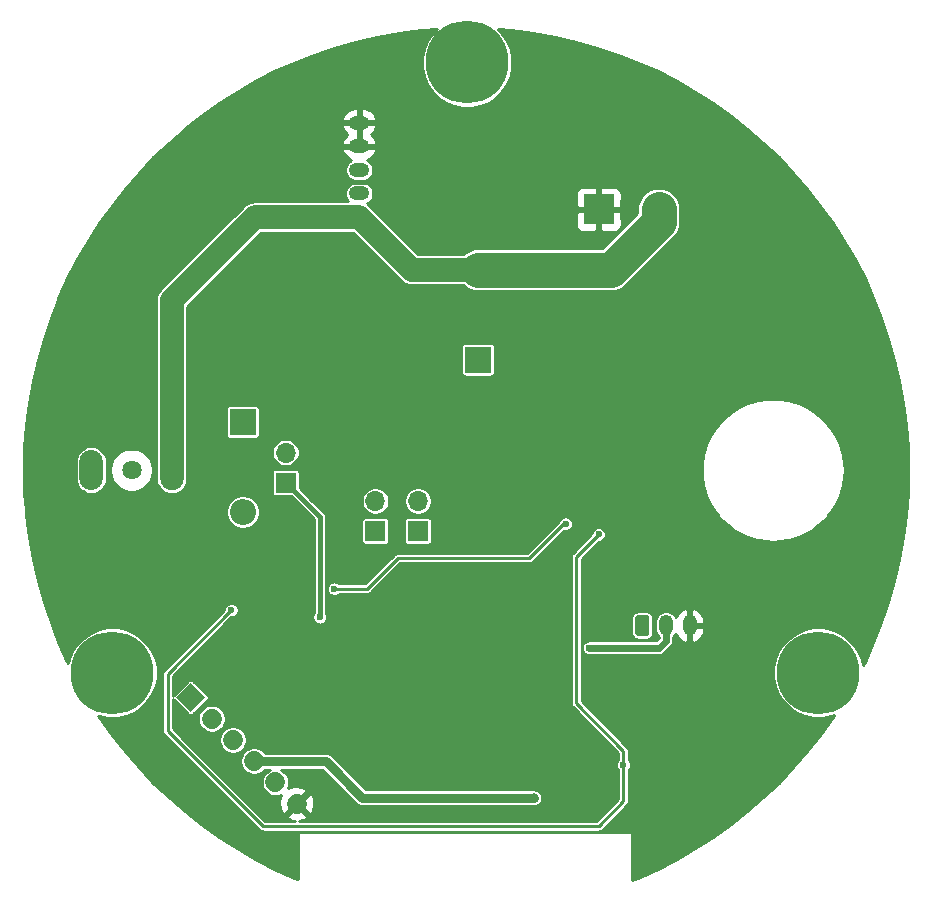
<source format=gbr>
G04 #@! TF.GenerationSoftware,KiCad,Pcbnew,(5.1.5)-3*
G04 #@! TF.CreationDate,2020-12-16T00:20:50-05:00*
G04 #@! TF.ProjectId,pov_ornament,706f765f-6f72-46e6-916d-656e742e6b69,rev?*
G04 #@! TF.SameCoordinates,Original*
G04 #@! TF.FileFunction,Copper,L2,Bot*
G04 #@! TF.FilePolarity,Positive*
%FSLAX46Y46*%
G04 Gerber Fmt 4.6, Leading zero omitted, Abs format (unit mm)*
G04 Created by KiCad (PCBNEW (5.1.5)-3) date 2020-12-16 00:20:50*
%MOMM*%
%LPD*%
G04 APERTURE LIST*
%ADD10O,2.200000X2.200000*%
%ADD11R,2.200000X2.200000*%
%ADD12C,0.100000*%
%ADD13O,1.200000X1.750000*%
%ADD14O,1.750000X1.200000*%
%ADD15C,7.000000*%
%ADD16C,1.700000*%
%ADD17R,2.600000X2.600000*%
%ADD18C,2.600000*%
%ADD19O,2.000000X3.400000*%
%ADD20C,1.630000*%
%ADD21O,2.000000X3.420000*%
%ADD22R,1.700000X1.700000*%
%ADD23O,1.700000X1.700000*%
%ADD24C,0.600000*%
%ADD25C,0.800000*%
%ADD26C,0.250000*%
%ADD27C,0.800000*%
%ADD28C,3.000000*%
%ADD29C,2.000000*%
%ADD30C,0.600000*%
%ADD31C,0.400000*%
%ADD32C,0.254000*%
G04 APERTURE END LIST*
D10*
X116175000Y-109795000D03*
D11*
X116175000Y-102175000D03*
X136100000Y-96900000D03*
D10*
X136100000Y-89280000D03*
G04 #@! TA.AperFunction,ComponentPad*
D12*
G36*
X150374505Y-118526204D02*
G01*
X150398773Y-118529804D01*
X150422572Y-118535765D01*
X150445671Y-118544030D01*
X150467850Y-118554520D01*
X150488893Y-118567132D01*
X150508599Y-118581747D01*
X150526777Y-118598223D01*
X150543253Y-118616401D01*
X150557868Y-118636107D01*
X150570480Y-118657150D01*
X150580970Y-118679329D01*
X150589235Y-118702428D01*
X150595196Y-118726227D01*
X150598796Y-118750495D01*
X150600000Y-118774999D01*
X150600000Y-120025001D01*
X150598796Y-120049505D01*
X150595196Y-120073773D01*
X150589235Y-120097572D01*
X150580970Y-120120671D01*
X150570480Y-120142850D01*
X150557868Y-120163893D01*
X150543253Y-120183599D01*
X150526777Y-120201777D01*
X150508599Y-120218253D01*
X150488893Y-120232868D01*
X150467850Y-120245480D01*
X150445671Y-120255970D01*
X150422572Y-120264235D01*
X150398773Y-120270196D01*
X150374505Y-120273796D01*
X150350001Y-120275000D01*
X149649999Y-120275000D01*
X149625495Y-120273796D01*
X149601227Y-120270196D01*
X149577428Y-120264235D01*
X149554329Y-120255970D01*
X149532150Y-120245480D01*
X149511107Y-120232868D01*
X149491401Y-120218253D01*
X149473223Y-120201777D01*
X149456747Y-120183599D01*
X149442132Y-120163893D01*
X149429520Y-120142850D01*
X149419030Y-120120671D01*
X149410765Y-120097572D01*
X149404804Y-120073773D01*
X149401204Y-120049505D01*
X149400000Y-120025001D01*
X149400000Y-118774999D01*
X149401204Y-118750495D01*
X149404804Y-118726227D01*
X149410765Y-118702428D01*
X149419030Y-118679329D01*
X149429520Y-118657150D01*
X149442132Y-118636107D01*
X149456747Y-118616401D01*
X149473223Y-118598223D01*
X149491401Y-118581747D01*
X149511107Y-118567132D01*
X149532150Y-118554520D01*
X149554329Y-118544030D01*
X149577428Y-118535765D01*
X149601227Y-118529804D01*
X149625495Y-118526204D01*
X149649999Y-118525000D01*
X150350001Y-118525000D01*
X150374505Y-118526204D01*
G37*
G04 #@! TD.AperFunction*
D13*
X152000000Y-119400000D03*
X154000000Y-119400000D03*
G04 #@! TA.AperFunction,ComponentPad*
D12*
G36*
X126674505Y-84226204D02*
G01*
X126698773Y-84229804D01*
X126722572Y-84235765D01*
X126745671Y-84244030D01*
X126767850Y-84254520D01*
X126788893Y-84267132D01*
X126808599Y-84281747D01*
X126826777Y-84298223D01*
X126843253Y-84316401D01*
X126857868Y-84336107D01*
X126870480Y-84357150D01*
X126880970Y-84379329D01*
X126889235Y-84402428D01*
X126895196Y-84426227D01*
X126898796Y-84450495D01*
X126900000Y-84474999D01*
X126900000Y-85175001D01*
X126898796Y-85199505D01*
X126895196Y-85223773D01*
X126889235Y-85247572D01*
X126880970Y-85270671D01*
X126870480Y-85292850D01*
X126857868Y-85313893D01*
X126843253Y-85333599D01*
X126826777Y-85351777D01*
X126808599Y-85368253D01*
X126788893Y-85382868D01*
X126767850Y-85395480D01*
X126745671Y-85405970D01*
X126722572Y-85414235D01*
X126698773Y-85420196D01*
X126674505Y-85423796D01*
X126650001Y-85425000D01*
X125399999Y-85425000D01*
X125375495Y-85423796D01*
X125351227Y-85420196D01*
X125327428Y-85414235D01*
X125304329Y-85405970D01*
X125282150Y-85395480D01*
X125261107Y-85382868D01*
X125241401Y-85368253D01*
X125223223Y-85351777D01*
X125206747Y-85333599D01*
X125192132Y-85313893D01*
X125179520Y-85292850D01*
X125169030Y-85270671D01*
X125160765Y-85247572D01*
X125154804Y-85223773D01*
X125151204Y-85199505D01*
X125150000Y-85175001D01*
X125150000Y-84474999D01*
X125151204Y-84450495D01*
X125154804Y-84426227D01*
X125160765Y-84402428D01*
X125169030Y-84379329D01*
X125179520Y-84357150D01*
X125192132Y-84336107D01*
X125206747Y-84316401D01*
X125223223Y-84298223D01*
X125241401Y-84281747D01*
X125261107Y-84267132D01*
X125282150Y-84254520D01*
X125304329Y-84244030D01*
X125327428Y-84235765D01*
X125351227Y-84229804D01*
X125375495Y-84226204D01*
X125399999Y-84225000D01*
X126650001Y-84225000D01*
X126674505Y-84226204D01*
G37*
G04 #@! TD.AperFunction*
D14*
X126025000Y-82825000D03*
X126025000Y-80825000D03*
X126025000Y-78825000D03*
X126025000Y-76825000D03*
D15*
X105130765Y-123400000D03*
X135175000Y-71734505D03*
X164900000Y-123400000D03*
G04 #@! TA.AperFunction,ComponentPad*
D12*
G36*
X111750000Y-126702082D02*
G01*
X110547918Y-125500000D01*
X111750000Y-124297918D01*
X112952082Y-125500000D01*
X111750000Y-126702082D01*
G37*
G04 #@! TD.AperFunction*
D16*
X113546051Y-127296051D02*
X113546051Y-127296051D01*
X115342102Y-129092102D02*
X115342102Y-129092102D01*
X117138154Y-130888154D02*
X117138154Y-130888154D01*
X118934205Y-132684205D02*
X118934205Y-132684205D01*
X120730256Y-134480256D02*
X120730256Y-134480256D01*
D17*
X146300000Y-84175000D03*
D18*
X151380000Y-84175000D03*
D19*
X103350000Y-106250000D03*
D20*
X106750000Y-106200000D03*
D21*
X110150000Y-106250000D03*
D22*
X119800000Y-107300000D03*
D23*
X119800000Y-104760000D03*
X127400000Y-108860000D03*
D22*
X127400000Y-111400000D03*
X131000000Y-111400000D03*
D23*
X131000000Y-108860000D03*
D24*
X122500000Y-91800000D03*
X120200000Y-90400000D03*
X117700000Y-91900000D03*
X120200000Y-93300000D03*
X124400000Y-93600000D03*
X126000000Y-95000000D03*
X122600000Y-94900000D03*
X115000000Y-119800000D03*
X119500000Y-118200000D03*
X123700000Y-117200000D03*
X145500000Y-135200000D03*
X141500000Y-135200000D03*
X140700000Y-119700000D03*
X142100000Y-117700000D03*
X140700000Y-115800000D03*
X141700000Y-101200000D03*
X143600000Y-99400000D03*
X143500000Y-102900000D03*
X138200000Y-100600000D03*
X139500000Y-102300000D03*
X138100000Y-104000000D03*
X148000000Y-99500000D03*
X145700000Y-101200000D03*
X149700000Y-101200000D03*
X147900000Y-103000000D03*
X136100000Y-108500000D03*
X137300000Y-107100000D03*
X139800000Y-96900000D03*
X138200000Y-95300000D03*
X143000000Y-92700000D03*
X145400000Y-92700000D03*
X150100000Y-93400000D03*
X151600000Y-91800000D03*
X150100000Y-90100000D03*
X153300000Y-122300000D03*
X154800000Y-123800000D03*
X153500000Y-125400000D03*
X152000000Y-128000000D03*
X155500000Y-128000000D03*
X153700000Y-130600000D03*
X150000000Y-127800000D03*
X147000000Y-127600000D03*
X148400000Y-126500000D03*
X136000000Y-131400000D03*
X132500000Y-127700000D03*
X136000000Y-124200000D03*
X139500000Y-127700000D03*
X128500000Y-135300000D03*
X124500000Y-135300000D03*
X115100000Y-127600000D03*
X114200000Y-125900000D03*
X116700000Y-128300000D03*
X124800000Y-129400000D03*
X115200000Y-118100000D03*
X148400000Y-131200000D03*
X146300000Y-111700000D03*
D25*
X140800000Y-134000000D03*
D24*
X123900000Y-116300000D03*
X143500000Y-110800000D03*
X145500000Y-121300000D03*
X122700000Y-118700000D03*
D26*
X146300000Y-136400000D02*
X148400000Y-134300000D01*
X117900000Y-136400000D02*
X146300000Y-136400000D01*
X109800000Y-128300000D02*
X117900000Y-136400000D01*
X115200000Y-118100000D02*
X109800000Y-123500000D01*
X109800000Y-123500000D02*
X109800000Y-128300000D01*
X148400000Y-134300000D02*
X148400000Y-131200000D01*
X148400000Y-131200000D02*
X148400000Y-130000000D01*
X148400000Y-130000000D02*
X144400000Y-126000000D01*
X144400000Y-126000000D02*
X144400000Y-113600000D01*
X144400000Y-113600000D02*
X146300000Y-111700000D01*
D27*
X123188154Y-130888154D02*
X117138154Y-130888154D01*
X140800000Y-134000000D02*
X126300000Y-134000000D01*
X126300000Y-134000000D02*
X123188154Y-130888154D01*
D26*
X123900000Y-116300000D02*
X126700000Y-116300000D01*
X126700000Y-116300000D02*
X129300000Y-113700000D01*
X129300000Y-113700000D02*
X140400000Y-113700000D01*
X140400000Y-113700000D02*
X143300000Y-110800000D01*
X143300000Y-110800000D02*
X143500000Y-110800000D01*
D28*
X151380000Y-84175000D02*
X151380000Y-85220000D01*
X147320000Y-89280000D02*
X136100000Y-89280000D01*
X151380000Y-85220000D02*
X147320000Y-89280000D01*
D29*
X130480000Y-89280000D02*
X126025000Y-84825000D01*
X136100000Y-89280000D02*
X130480000Y-89280000D01*
X110150000Y-106250000D02*
X110150000Y-91850000D01*
X117175000Y-84825000D02*
X126025000Y-84825000D01*
X110150000Y-91850000D02*
X117175000Y-84825000D01*
D30*
X152000000Y-120700000D02*
X152000000Y-119400000D01*
X145500000Y-121300000D02*
X151400000Y-121300000D01*
X151400000Y-121300000D02*
X152000000Y-120700000D01*
D31*
X122700000Y-110200000D02*
X119800000Y-107300000D01*
X122700000Y-118700000D02*
X122700000Y-110200000D01*
D32*
G36*
X132202375Y-69294935D02*
G01*
X131783557Y-69921741D01*
X131495070Y-70618210D01*
X131348000Y-71357578D01*
X131348000Y-72111432D01*
X131495070Y-72850800D01*
X131783557Y-73547269D01*
X132202375Y-74174075D01*
X132735430Y-74707130D01*
X133362236Y-75125948D01*
X134058705Y-75414435D01*
X134798073Y-75561505D01*
X135551927Y-75561505D01*
X136291295Y-75414435D01*
X136987764Y-75125948D01*
X137614570Y-74707130D01*
X138147625Y-74174075D01*
X138566443Y-73547269D01*
X138854930Y-72850800D01*
X139002000Y-72111432D01*
X139002000Y-71357578D01*
X138854930Y-70618210D01*
X138566443Y-69921741D01*
X138147625Y-69294935D01*
X137766357Y-68913667D01*
X138893723Y-68999387D01*
X140767591Y-69237506D01*
X142611419Y-69566764D01*
X144422839Y-69984836D01*
X146199527Y-70489364D01*
X147939186Y-71077992D01*
X149639431Y-71748385D01*
X151297932Y-72498182D01*
X152912336Y-73325028D01*
X154480329Y-74226595D01*
X155999489Y-75200543D01*
X157467525Y-76244481D01*
X158882049Y-77356080D01*
X160240698Y-78532980D01*
X161541165Y-79772831D01*
X162781028Y-81073262D01*
X163957919Y-82431921D01*
X165069509Y-83846438D01*
X166113460Y-85314470D01*
X167087383Y-86833680D01*
X167988949Y-88401654D01*
X168815821Y-90016084D01*
X169565580Y-91674573D01*
X170235980Y-93374837D01*
X170824591Y-95114481D01*
X171329109Y-96891172D01*
X171747168Y-98702584D01*
X172076427Y-100546391D01*
X172314552Y-102420251D01*
X172459164Y-104321867D01*
X172507619Y-106237750D01*
X172506515Y-106248960D01*
X172507619Y-106260170D01*
X172459164Y-108176053D01*
X172314552Y-110077669D01*
X172076427Y-111951529D01*
X171747168Y-113795336D01*
X171329109Y-115606748D01*
X170824591Y-117383439D01*
X170235980Y-119123083D01*
X169565580Y-120823347D01*
X168815821Y-122481837D01*
X168674302Y-122758145D01*
X168579930Y-122283705D01*
X168291443Y-121587236D01*
X167872625Y-120960430D01*
X167339570Y-120427375D01*
X166712764Y-120008557D01*
X166016295Y-119720070D01*
X165276927Y-119573000D01*
X164523073Y-119573000D01*
X163783705Y-119720070D01*
X163087236Y-120008557D01*
X162460430Y-120427375D01*
X161927375Y-120960430D01*
X161508557Y-121587236D01*
X161220070Y-122283705D01*
X161073000Y-123023073D01*
X161073000Y-123776927D01*
X161220070Y-124516295D01*
X161508557Y-125212764D01*
X161927375Y-125839570D01*
X162460430Y-126372625D01*
X163087236Y-126791443D01*
X163783705Y-127079930D01*
X164523073Y-127227000D01*
X165276927Y-127227000D01*
X166016295Y-127079930D01*
X166238947Y-126987704D01*
X166113459Y-127183451D01*
X165069509Y-128651483D01*
X163957919Y-130065999D01*
X162781028Y-131424658D01*
X161541165Y-132725089D01*
X160240698Y-133964940D01*
X158882049Y-135141840D01*
X157467525Y-136253439D01*
X155999489Y-137297377D01*
X154480329Y-138271325D01*
X152912336Y-139172892D01*
X151297932Y-139999739D01*
X149639431Y-140749535D01*
X149127000Y-140951582D01*
X149127000Y-137000000D01*
X149124560Y-136975224D01*
X149117333Y-136951399D01*
X149105597Y-136929443D01*
X149089803Y-136910197D01*
X149070557Y-136894403D01*
X149048601Y-136882667D01*
X149024776Y-136875440D01*
X149000000Y-136873000D01*
X121000000Y-136873000D01*
X120975224Y-136875440D01*
X120951399Y-136882667D01*
X120929443Y-136894403D01*
X120910197Y-136910197D01*
X120894403Y-136929443D01*
X120882667Y-136951399D01*
X120875440Y-136975224D01*
X120873000Y-137000000D01*
X120873000Y-140900324D01*
X120490586Y-140749541D01*
X118832092Y-139999750D01*
X117217687Y-139172905D01*
X115649703Y-138271345D01*
X114130534Y-137297392D01*
X112662491Y-136253452D01*
X111247972Y-135141858D01*
X109889323Y-133964959D01*
X108588855Y-132725109D01*
X107348991Y-131424678D01*
X106172099Y-130066021D01*
X105060507Y-128651505D01*
X104016549Y-127183464D01*
X103926932Y-127043670D01*
X104014470Y-127079930D01*
X104753838Y-127227000D01*
X105507692Y-127227000D01*
X106247060Y-127079930D01*
X106943529Y-126791443D01*
X107570335Y-126372625D01*
X108103390Y-125839570D01*
X108522208Y-125212764D01*
X108810695Y-124516295D01*
X108957765Y-123776927D01*
X108957765Y-123500000D01*
X109345813Y-123500000D01*
X109348000Y-123522205D01*
X109348001Y-128277785D01*
X109345813Y-128300000D01*
X109354540Y-128388607D01*
X109380386Y-128473809D01*
X109422358Y-128552333D01*
X109478842Y-128621159D01*
X109496096Y-128635319D01*
X117564681Y-136703905D01*
X117578841Y-136721159D01*
X117647667Y-136777643D01*
X117726190Y-136819614D01*
X117811392Y-136845460D01*
X117900000Y-136854187D01*
X117922205Y-136852000D01*
X146277795Y-136852000D01*
X146300000Y-136854187D01*
X146322205Y-136852000D01*
X146388607Y-136845460D01*
X146473810Y-136819614D01*
X146552333Y-136777643D01*
X146621159Y-136721159D01*
X146635323Y-136703900D01*
X148703912Y-134635313D01*
X148721159Y-134621159D01*
X148777643Y-134552333D01*
X148819614Y-134473810D01*
X148845460Y-134388607D01*
X148852000Y-134322205D01*
X148852000Y-134322204D01*
X148854187Y-134300001D01*
X148852000Y-134277798D01*
X148852000Y-131634712D01*
X148887023Y-131599689D01*
X148955640Y-131496996D01*
X149002905Y-131382889D01*
X149027000Y-131261754D01*
X149027000Y-131138246D01*
X149002905Y-131017111D01*
X148955640Y-130903004D01*
X148887023Y-130800311D01*
X148852000Y-130765288D01*
X148852000Y-130022204D01*
X148854187Y-129999999D01*
X148845460Y-129911392D01*
X148825353Y-129845110D01*
X148819614Y-129826190D01*
X148777643Y-129747667D01*
X148721159Y-129678841D01*
X148703911Y-129664686D01*
X144852000Y-125812777D01*
X144852000Y-121300000D01*
X144869967Y-121300000D01*
X144873000Y-121330794D01*
X144873000Y-121361754D01*
X144879040Y-121392120D01*
X144882073Y-121422913D01*
X144891055Y-121452522D01*
X144897095Y-121482889D01*
X144908942Y-121511491D01*
X144917925Y-121541103D01*
X144932513Y-121568395D01*
X144944360Y-121596996D01*
X144961560Y-121622737D01*
X144976147Y-121650028D01*
X144995778Y-121673948D01*
X145012977Y-121699689D01*
X145034866Y-121721578D01*
X145054499Y-121745501D01*
X145078422Y-121765134D01*
X145100311Y-121787023D01*
X145126052Y-121804222D01*
X145149972Y-121823853D01*
X145177263Y-121838440D01*
X145203004Y-121855640D01*
X145231605Y-121867487D01*
X145258897Y-121882075D01*
X145288509Y-121891058D01*
X145317111Y-121902905D01*
X145347478Y-121908945D01*
X145377087Y-121917927D01*
X145407880Y-121920960D01*
X145438246Y-121927000D01*
X151369206Y-121927000D01*
X151400000Y-121930033D01*
X151430794Y-121927000D01*
X151522913Y-121917927D01*
X151641103Y-121882075D01*
X151750028Y-121823853D01*
X151845501Y-121745501D01*
X151865138Y-121721573D01*
X152421579Y-121165133D01*
X152445501Y-121145501D01*
X152523853Y-121050028D01*
X152582075Y-120941103D01*
X152617927Y-120822913D01*
X152627000Y-120730794D01*
X152627000Y-120730793D01*
X152630033Y-120700001D01*
X152627000Y-120669207D01*
X152627000Y-120359641D01*
X152658659Y-120333659D01*
X152774501Y-120192505D01*
X152832077Y-120084789D01*
X152907610Y-120264946D01*
X153043693Y-120466725D01*
X153216526Y-120638078D01*
X153419467Y-120772421D01*
X153644718Y-120864591D01*
X153682391Y-120868462D01*
X153873000Y-120743731D01*
X153873000Y-119527000D01*
X154127000Y-119527000D01*
X154127000Y-120743731D01*
X154317609Y-120868462D01*
X154355282Y-120864591D01*
X154580533Y-120772421D01*
X154783474Y-120638078D01*
X154956307Y-120466725D01*
X155092390Y-120264946D01*
X155186493Y-120040496D01*
X155235000Y-119802000D01*
X155235000Y-119527000D01*
X154127000Y-119527000D01*
X153873000Y-119527000D01*
X153853000Y-119527000D01*
X153853000Y-119273000D01*
X153873000Y-119273000D01*
X153873000Y-118056269D01*
X154127000Y-118056269D01*
X154127000Y-119273000D01*
X155235000Y-119273000D01*
X155235000Y-118998000D01*
X155186493Y-118759504D01*
X155092390Y-118535054D01*
X154956307Y-118333275D01*
X154783474Y-118161922D01*
X154580533Y-118027579D01*
X154355282Y-117935409D01*
X154317609Y-117931538D01*
X154127000Y-118056269D01*
X153873000Y-118056269D01*
X153682391Y-117931538D01*
X153644718Y-117935409D01*
X153419467Y-118027579D01*
X153216526Y-118161922D01*
X153043693Y-118333275D01*
X152907610Y-118535054D01*
X152832077Y-118715211D01*
X152774501Y-118607495D01*
X152658659Y-118466341D01*
X152517504Y-118350499D01*
X152356463Y-118264420D01*
X152181723Y-118211413D01*
X152000000Y-118193515D01*
X151818276Y-118211413D01*
X151643536Y-118264420D01*
X151482495Y-118350499D01*
X151341341Y-118466341D01*
X151225499Y-118607496D01*
X151139420Y-118768537D01*
X151086413Y-118943277D01*
X151073000Y-119079463D01*
X151073000Y-119720538D01*
X151086413Y-119856724D01*
X151139420Y-120031464D01*
X151225500Y-120192505D01*
X151341342Y-120333659D01*
X151373000Y-120359640D01*
X151373000Y-120440288D01*
X151140289Y-120673000D01*
X145438246Y-120673000D01*
X145407880Y-120679040D01*
X145377087Y-120682073D01*
X145347478Y-120691055D01*
X145317111Y-120697095D01*
X145288509Y-120708942D01*
X145258897Y-120717925D01*
X145231605Y-120732513D01*
X145203004Y-120744360D01*
X145177263Y-120761560D01*
X145149972Y-120776147D01*
X145126052Y-120795778D01*
X145100311Y-120812977D01*
X145078422Y-120834866D01*
X145054499Y-120854499D01*
X145034869Y-120878419D01*
X145012977Y-120900311D01*
X144995778Y-120926052D01*
X144976147Y-120949972D01*
X144961560Y-120977263D01*
X144944360Y-121003004D01*
X144932513Y-121031605D01*
X144917925Y-121058897D01*
X144908942Y-121088509D01*
X144897095Y-121117111D01*
X144891055Y-121147478D01*
X144882073Y-121177087D01*
X144879040Y-121207880D01*
X144873000Y-121238246D01*
X144873000Y-121269206D01*
X144869967Y-121300000D01*
X144852000Y-121300000D01*
X144852000Y-118774999D01*
X149071418Y-118774999D01*
X149071418Y-120025001D01*
X149082535Y-120137877D01*
X149115460Y-120246414D01*
X149168926Y-120346443D01*
X149240880Y-120434120D01*
X149328557Y-120506074D01*
X149428586Y-120559540D01*
X149537123Y-120592465D01*
X149649999Y-120603582D01*
X150350001Y-120603582D01*
X150462877Y-120592465D01*
X150571414Y-120559540D01*
X150671443Y-120506074D01*
X150759120Y-120434120D01*
X150831074Y-120346443D01*
X150884540Y-120246414D01*
X150917465Y-120137877D01*
X150928582Y-120025001D01*
X150928582Y-118774999D01*
X150917465Y-118662123D01*
X150884540Y-118553586D01*
X150831074Y-118453557D01*
X150759120Y-118365880D01*
X150671443Y-118293926D01*
X150571414Y-118240460D01*
X150462877Y-118207535D01*
X150350001Y-118196418D01*
X149649999Y-118196418D01*
X149537123Y-118207535D01*
X149428586Y-118240460D01*
X149328557Y-118293926D01*
X149240880Y-118365880D01*
X149168926Y-118453557D01*
X149115460Y-118553586D01*
X149082535Y-118662123D01*
X149071418Y-118774999D01*
X144852000Y-118774999D01*
X144852000Y-113787223D01*
X146312224Y-112327000D01*
X146361754Y-112327000D01*
X146482889Y-112302905D01*
X146596996Y-112255640D01*
X146699689Y-112187023D01*
X146787023Y-112099689D01*
X146855640Y-111996996D01*
X146902905Y-111882889D01*
X146927000Y-111761754D01*
X146927000Y-111638246D01*
X146902905Y-111517111D01*
X146855640Y-111403004D01*
X146787023Y-111300311D01*
X146699689Y-111212977D01*
X146596996Y-111144360D01*
X146482889Y-111097095D01*
X146361754Y-111073000D01*
X146238246Y-111073000D01*
X146117111Y-111097095D01*
X146003004Y-111144360D01*
X145900311Y-111212977D01*
X145812977Y-111300311D01*
X145744360Y-111403004D01*
X145697095Y-111517111D01*
X145673000Y-111638246D01*
X145673000Y-111687776D01*
X144096096Y-113264681D01*
X144078842Y-113278841D01*
X144043129Y-113322358D01*
X144022358Y-113347667D01*
X143980386Y-113426191D01*
X143954540Y-113511393D01*
X143945813Y-113600000D01*
X143948001Y-113622215D01*
X143948000Y-125977795D01*
X143945813Y-126000000D01*
X143954540Y-126088607D01*
X143963775Y-126119051D01*
X143980386Y-126173809D01*
X144022357Y-126252332D01*
X144078841Y-126321159D01*
X144096100Y-126335323D01*
X147948001Y-130187226D01*
X147948000Y-130765288D01*
X147912977Y-130800311D01*
X147844360Y-130903004D01*
X147797095Y-131017111D01*
X147773000Y-131138246D01*
X147773000Y-131261754D01*
X147797095Y-131382889D01*
X147844360Y-131496996D01*
X147912977Y-131599689D01*
X147948001Y-131634713D01*
X147948000Y-134112775D01*
X146112777Y-135948000D01*
X120954479Y-135948000D01*
X121234356Y-135877081D01*
X121497177Y-135751897D01*
X121574410Y-135504015D01*
X120730256Y-134659861D01*
X119886568Y-135503549D01*
X119963338Y-135751893D01*
X120099003Y-135824412D01*
X120373364Y-135921736D01*
X120553813Y-135948000D01*
X118087224Y-135948000D01*
X112911454Y-130772230D01*
X115961154Y-130772230D01*
X115961154Y-131004078D01*
X116006385Y-131231472D01*
X116095110Y-131445673D01*
X116223918Y-131638448D01*
X116387860Y-131802390D01*
X116580635Y-131931198D01*
X116794836Y-132019923D01*
X117022230Y-132065154D01*
X117254078Y-132065154D01*
X117481472Y-132019923D01*
X117695673Y-131931198D01*
X117888448Y-131802390D01*
X118052390Y-131638448D01*
X118067955Y-131615154D01*
X118439472Y-131615154D01*
X118376686Y-131641161D01*
X118183911Y-131769969D01*
X118019969Y-131933911D01*
X117891161Y-132126686D01*
X117802436Y-132340887D01*
X117757205Y-132568281D01*
X117757205Y-132800129D01*
X117802436Y-133027523D01*
X117891161Y-133241724D01*
X118019969Y-133434499D01*
X118183911Y-133598441D01*
X118376686Y-133727249D01*
X118590887Y-133815974D01*
X118818281Y-133861205D01*
X119050129Y-133861205D01*
X119277523Y-133815974D01*
X119442221Y-133747754D01*
X119333431Y-133976156D01*
X119261925Y-134258350D01*
X119246847Y-134549071D01*
X119288776Y-134837148D01*
X119386100Y-135111509D01*
X119458619Y-135247174D01*
X119706963Y-135323944D01*
X120550651Y-134480256D01*
X120909861Y-134480256D01*
X121754015Y-135324410D01*
X122001897Y-135247177D01*
X122127081Y-134984356D01*
X122198587Y-134702162D01*
X122213665Y-134411441D01*
X122171736Y-134123364D01*
X122074412Y-133849003D01*
X122001893Y-133713338D01*
X121753549Y-133636568D01*
X120909861Y-134480256D01*
X120550651Y-134480256D01*
X120536509Y-134466114D01*
X120716114Y-134286509D01*
X120730256Y-134300651D01*
X121573944Y-133456963D01*
X121497174Y-133208619D01*
X121361509Y-133136100D01*
X121087148Y-133038776D01*
X120799071Y-132996847D01*
X120508350Y-133011925D01*
X120226156Y-133083431D01*
X119997754Y-133192221D01*
X120065974Y-133027523D01*
X120111205Y-132800129D01*
X120111205Y-132568281D01*
X120065974Y-132340887D01*
X119977249Y-132126686D01*
X119848441Y-131933911D01*
X119684499Y-131769969D01*
X119491724Y-131641161D01*
X119428938Y-131615154D01*
X122887022Y-131615154D01*
X125760683Y-134488817D01*
X125783446Y-134516554D01*
X125894147Y-134607403D01*
X126020443Y-134674910D01*
X126157482Y-134716480D01*
X126300000Y-134730517D01*
X126335708Y-134727000D01*
X140871603Y-134727000D01*
X140906810Y-134719997D01*
X140942517Y-134716480D01*
X140976851Y-134706065D01*
X141012058Y-134699062D01*
X141045220Y-134685326D01*
X141079557Y-134674910D01*
X141111203Y-134657995D01*
X141144364Y-134644259D01*
X141174210Y-134624317D01*
X141205853Y-134607403D01*
X141233588Y-134584642D01*
X141263436Y-134564698D01*
X141288818Y-134539316D01*
X141316554Y-134516554D01*
X141339317Y-134488817D01*
X141364698Y-134463436D01*
X141384642Y-134433588D01*
X141407403Y-134405853D01*
X141424317Y-134374210D01*
X141444259Y-134344364D01*
X141457995Y-134311203D01*
X141474910Y-134279557D01*
X141485326Y-134245220D01*
X141499062Y-134212058D01*
X141506065Y-134176851D01*
X141516480Y-134142517D01*
X141519997Y-134106810D01*
X141527000Y-134071603D01*
X141527000Y-134035708D01*
X141530517Y-134000000D01*
X141527000Y-133964292D01*
X141527000Y-133928397D01*
X141519997Y-133893190D01*
X141516480Y-133857483D01*
X141506065Y-133823149D01*
X141499062Y-133787942D01*
X141485326Y-133754780D01*
X141474910Y-133720443D01*
X141457995Y-133688797D01*
X141444259Y-133655636D01*
X141424317Y-133625790D01*
X141407403Y-133594147D01*
X141384642Y-133566412D01*
X141364698Y-133536564D01*
X141339316Y-133511182D01*
X141316554Y-133483446D01*
X141288817Y-133460683D01*
X141263436Y-133435302D01*
X141233588Y-133415358D01*
X141205853Y-133392597D01*
X141174210Y-133375683D01*
X141144364Y-133355741D01*
X141111203Y-133342005D01*
X141079557Y-133325090D01*
X141045220Y-133314674D01*
X141012058Y-133300938D01*
X140976851Y-133293935D01*
X140942517Y-133283520D01*
X140906810Y-133280003D01*
X140871603Y-133273000D01*
X126601134Y-133273000D01*
X123727480Y-130399348D01*
X123704708Y-130371600D01*
X123594007Y-130280751D01*
X123467711Y-130213244D01*
X123330671Y-130171674D01*
X123223862Y-130161154D01*
X123188154Y-130157637D01*
X123152446Y-130161154D01*
X118067955Y-130161154D01*
X118052390Y-130137860D01*
X117888448Y-129973918D01*
X117695673Y-129845110D01*
X117481472Y-129756385D01*
X117254078Y-129711154D01*
X117022230Y-129711154D01*
X116794836Y-129756385D01*
X116580635Y-129845110D01*
X116387860Y-129973918D01*
X116223918Y-130137860D01*
X116095110Y-130330635D01*
X116006385Y-130544836D01*
X115961154Y-130772230D01*
X112911454Y-130772230D01*
X111115402Y-128976178D01*
X114165102Y-128976178D01*
X114165102Y-129208026D01*
X114210333Y-129435420D01*
X114299058Y-129649621D01*
X114427866Y-129842396D01*
X114591808Y-130006338D01*
X114784583Y-130135146D01*
X114998784Y-130223871D01*
X115226178Y-130269102D01*
X115458026Y-130269102D01*
X115685420Y-130223871D01*
X115899621Y-130135146D01*
X116092396Y-130006338D01*
X116256338Y-129842396D01*
X116385146Y-129649621D01*
X116473871Y-129435420D01*
X116519102Y-129208026D01*
X116519102Y-128976178D01*
X116473871Y-128748784D01*
X116385146Y-128534583D01*
X116256338Y-128341808D01*
X116092396Y-128177866D01*
X115899621Y-128049058D01*
X115685420Y-127960333D01*
X115458026Y-127915102D01*
X115226178Y-127915102D01*
X114998784Y-127960333D01*
X114784583Y-128049058D01*
X114591808Y-128177866D01*
X114427866Y-128341808D01*
X114299058Y-128534583D01*
X114210333Y-128748784D01*
X114165102Y-128976178D01*
X111115402Y-128976178D01*
X110252000Y-128112777D01*
X110252000Y-127180127D01*
X112369051Y-127180127D01*
X112369051Y-127411975D01*
X112414282Y-127639369D01*
X112503007Y-127853570D01*
X112631815Y-128046345D01*
X112795757Y-128210287D01*
X112988532Y-128339095D01*
X113202733Y-128427820D01*
X113430127Y-128473051D01*
X113661975Y-128473051D01*
X113889369Y-128427820D01*
X114103570Y-128339095D01*
X114296345Y-128210287D01*
X114460287Y-128046345D01*
X114589095Y-127853570D01*
X114677820Y-127639369D01*
X114723051Y-127411975D01*
X114723051Y-127180127D01*
X114677820Y-126952733D01*
X114589095Y-126738532D01*
X114460287Y-126545757D01*
X114296345Y-126381815D01*
X114103570Y-126253007D01*
X113889369Y-126164282D01*
X113661975Y-126119051D01*
X113430127Y-126119051D01*
X113202733Y-126164282D01*
X112988532Y-126253007D01*
X112795757Y-126381815D01*
X112631815Y-126545757D01*
X112503007Y-126738532D01*
X112414282Y-126952733D01*
X112369051Y-127180127D01*
X110252000Y-127180127D01*
X110252000Y-125640059D01*
X110274712Y-125682550D01*
X110315575Y-125732343D01*
X111517657Y-126934425D01*
X111567450Y-126975288D01*
X111624257Y-127005652D01*
X111685897Y-127024350D01*
X111750000Y-127030664D01*
X111814103Y-127024350D01*
X111875743Y-127005652D01*
X111932550Y-126975288D01*
X111982343Y-126934425D01*
X113184425Y-125732343D01*
X113225288Y-125682550D01*
X113255652Y-125625743D01*
X113274350Y-125564103D01*
X113280664Y-125500000D01*
X113274350Y-125435897D01*
X113255652Y-125374257D01*
X113225288Y-125317450D01*
X113184425Y-125267657D01*
X111982343Y-124065575D01*
X111932550Y-124024712D01*
X111875743Y-123994348D01*
X111814103Y-123975650D01*
X111750000Y-123969336D01*
X111685897Y-123975650D01*
X111624257Y-123994348D01*
X111567450Y-124024712D01*
X111517657Y-124065575D01*
X110315575Y-125267657D01*
X110274712Y-125317450D01*
X110252000Y-125359941D01*
X110252000Y-123687223D01*
X115212225Y-118727000D01*
X115261754Y-118727000D01*
X115382889Y-118702905D01*
X115496996Y-118655640D01*
X115599689Y-118587023D01*
X115687023Y-118499689D01*
X115755640Y-118396996D01*
X115802905Y-118282889D01*
X115827000Y-118161754D01*
X115827000Y-118038246D01*
X115802905Y-117917111D01*
X115755640Y-117803004D01*
X115687023Y-117700311D01*
X115599689Y-117612977D01*
X115496996Y-117544360D01*
X115382889Y-117497095D01*
X115261754Y-117473000D01*
X115138246Y-117473000D01*
X115017111Y-117497095D01*
X114903004Y-117544360D01*
X114800311Y-117612977D01*
X114712977Y-117700311D01*
X114644360Y-117803004D01*
X114597095Y-117917111D01*
X114573000Y-118038246D01*
X114573000Y-118087775D01*
X109496100Y-123164677D01*
X109478841Y-123178841D01*
X109422358Y-123247667D01*
X109380386Y-123326191D01*
X109354540Y-123411393D01*
X109345813Y-123500000D01*
X108957765Y-123500000D01*
X108957765Y-123023073D01*
X108810695Y-122283705D01*
X108522208Y-121587236D01*
X108103390Y-120960430D01*
X107570335Y-120427375D01*
X106943529Y-120008557D01*
X106247060Y-119720070D01*
X105507692Y-119573000D01*
X104753838Y-119573000D01*
X104014470Y-119720070D01*
X103318001Y-120008557D01*
X102691195Y-120427375D01*
X102158140Y-120960430D01*
X101739322Y-121587236D01*
X101450835Y-122283705D01*
X101384222Y-122618592D01*
X101314191Y-122481861D01*
X100564426Y-120823364D01*
X99894029Y-119123107D01*
X99305410Y-117383444D01*
X98800896Y-115606770D01*
X98382836Y-113795358D01*
X98053575Y-111951547D01*
X97815449Y-110077670D01*
X97783265Y-109654453D01*
X114748000Y-109654453D01*
X114748000Y-109935547D01*
X114802838Y-110211241D01*
X114910409Y-110470938D01*
X115066576Y-110704660D01*
X115265340Y-110903424D01*
X115499062Y-111059591D01*
X115758759Y-111167162D01*
X116034453Y-111222000D01*
X116315547Y-111222000D01*
X116591241Y-111167162D01*
X116850938Y-111059591D01*
X117084660Y-110903424D01*
X117283424Y-110704660D01*
X117439591Y-110470938D01*
X117547162Y-110211241D01*
X117602000Y-109935547D01*
X117602000Y-109654453D01*
X117547162Y-109378759D01*
X117439591Y-109119062D01*
X117283424Y-108885340D01*
X117084660Y-108686576D01*
X116850938Y-108530409D01*
X116591241Y-108422838D01*
X116315547Y-108368000D01*
X116034453Y-108368000D01*
X115758759Y-108422838D01*
X115499062Y-108530409D01*
X115265340Y-108686576D01*
X115066576Y-108885340D01*
X114910409Y-109119062D01*
X114802838Y-109378759D01*
X114748000Y-109654453D01*
X97783265Y-109654453D01*
X97670836Y-108176053D01*
X97622098Y-106248960D01*
X97641423Y-105484816D01*
X102023000Y-105484816D01*
X102023000Y-107015183D01*
X102042201Y-107210136D01*
X102118081Y-107460277D01*
X102241302Y-107690807D01*
X102407130Y-107892870D01*
X102609192Y-108058698D01*
X102839722Y-108181919D01*
X103089863Y-108257799D01*
X103350000Y-108283420D01*
X103610136Y-108257799D01*
X103860277Y-108181919D01*
X104090807Y-108058698D01*
X104292870Y-107892870D01*
X104458698Y-107690808D01*
X104581919Y-107460278D01*
X104657799Y-107210137D01*
X104677000Y-107015184D01*
X104677000Y-106071070D01*
X104933292Y-106071070D01*
X104933292Y-106428930D01*
X105003107Y-106779914D01*
X105140054Y-107110534D01*
X105338871Y-107408084D01*
X105591916Y-107661129D01*
X105889466Y-107859946D01*
X106220086Y-107996893D01*
X106571070Y-108066708D01*
X106928930Y-108066708D01*
X107279914Y-107996893D01*
X107610534Y-107859946D01*
X107908084Y-107661129D01*
X108161129Y-107408084D01*
X108359946Y-107110534D01*
X108496893Y-106779914D01*
X108566708Y-106428930D01*
X108566708Y-106071070D01*
X108496893Y-105720086D01*
X108359946Y-105389466D01*
X108161129Y-105091916D01*
X107908084Y-104838871D01*
X107610534Y-104640054D01*
X107279914Y-104503107D01*
X106928930Y-104433292D01*
X106571070Y-104433292D01*
X106220086Y-104503107D01*
X105889466Y-104640054D01*
X105591916Y-104838871D01*
X105338871Y-105091916D01*
X105140054Y-105389466D01*
X105003107Y-105720086D01*
X104933292Y-106071070D01*
X104677000Y-106071070D01*
X104677000Y-105484816D01*
X104657799Y-105289863D01*
X104581919Y-105039722D01*
X104458698Y-104809192D01*
X104292870Y-104607130D01*
X104090808Y-104441302D01*
X103860278Y-104318081D01*
X103610137Y-104242201D01*
X103350000Y-104216580D01*
X103089864Y-104242201D01*
X102839723Y-104318081D01*
X102609193Y-104441302D01*
X102407131Y-104607130D01*
X102241303Y-104809192D01*
X102118082Y-105039722D01*
X102042201Y-105289863D01*
X102023000Y-105484816D01*
X97641423Y-105484816D01*
X97670836Y-104321867D01*
X97815449Y-102420250D01*
X98053575Y-100546373D01*
X98382836Y-98702562D01*
X98800896Y-96891150D01*
X99305410Y-95114476D01*
X99894029Y-93374813D01*
X100495249Y-91850000D01*
X108816581Y-91850000D01*
X108823001Y-91915184D01*
X108823000Y-105474815D01*
X108823000Y-107025183D01*
X108842201Y-107220136D01*
X108918081Y-107470277D01*
X109041302Y-107700807D01*
X109207130Y-107902870D01*
X109409192Y-108068698D01*
X109639722Y-108191919D01*
X109889863Y-108267799D01*
X110150000Y-108293420D01*
X110410136Y-108267799D01*
X110660277Y-108191919D01*
X110890807Y-108068698D01*
X111092870Y-107902870D01*
X111258698Y-107700808D01*
X111381919Y-107470278D01*
X111457799Y-107220137D01*
X111477000Y-107025184D01*
X111477000Y-106450000D01*
X118621418Y-106450000D01*
X118621418Y-108150000D01*
X118627732Y-108214103D01*
X118646430Y-108275743D01*
X118676794Y-108332550D01*
X118717657Y-108382343D01*
X118767450Y-108423206D01*
X118824257Y-108453570D01*
X118885897Y-108472268D01*
X118950000Y-108478582D01*
X120233293Y-108478582D01*
X122173001Y-110418291D01*
X122173000Y-118360141D01*
X122144360Y-118403004D01*
X122097095Y-118517111D01*
X122073000Y-118638246D01*
X122073000Y-118761754D01*
X122097095Y-118882889D01*
X122144360Y-118996996D01*
X122212977Y-119099689D01*
X122300311Y-119187023D01*
X122403004Y-119255640D01*
X122517111Y-119302905D01*
X122638246Y-119327000D01*
X122761754Y-119327000D01*
X122882889Y-119302905D01*
X122996996Y-119255640D01*
X123099689Y-119187023D01*
X123187023Y-119099689D01*
X123255640Y-118996996D01*
X123302905Y-118882889D01*
X123327000Y-118761754D01*
X123327000Y-118638246D01*
X123302905Y-118517111D01*
X123255640Y-118403004D01*
X123227000Y-118360141D01*
X123227000Y-116238246D01*
X123273000Y-116238246D01*
X123273000Y-116361754D01*
X123297095Y-116482889D01*
X123344360Y-116596996D01*
X123412977Y-116699689D01*
X123500311Y-116787023D01*
X123603004Y-116855640D01*
X123717111Y-116902905D01*
X123838246Y-116927000D01*
X123961754Y-116927000D01*
X124082889Y-116902905D01*
X124196996Y-116855640D01*
X124299689Y-116787023D01*
X124334712Y-116752000D01*
X126677795Y-116752000D01*
X126700000Y-116754187D01*
X126722205Y-116752000D01*
X126788607Y-116745460D01*
X126873810Y-116719614D01*
X126952333Y-116677643D01*
X127021159Y-116621159D01*
X127035323Y-116603900D01*
X129487225Y-114152000D01*
X140377795Y-114152000D01*
X140400000Y-114154187D01*
X140422205Y-114152000D01*
X140488607Y-114145460D01*
X140573810Y-114119614D01*
X140652333Y-114077643D01*
X140721159Y-114021159D01*
X140735323Y-114003900D01*
X143333133Y-111406092D01*
X143438246Y-111427000D01*
X143561754Y-111427000D01*
X143682889Y-111402905D01*
X143796996Y-111355640D01*
X143899689Y-111287023D01*
X143987023Y-111199689D01*
X144055640Y-111096996D01*
X144102905Y-110982889D01*
X144127000Y-110861754D01*
X144127000Y-110738246D01*
X144102905Y-110617111D01*
X144055640Y-110503004D01*
X143987023Y-110400311D01*
X143899689Y-110312977D01*
X143796996Y-110244360D01*
X143682889Y-110197095D01*
X143561754Y-110173000D01*
X143438246Y-110173000D01*
X143317111Y-110197095D01*
X143203004Y-110244360D01*
X143100311Y-110312977D01*
X143012977Y-110400311D01*
X142944360Y-110503004D01*
X142934877Y-110525898D01*
X140212777Y-113248000D01*
X129322204Y-113248000D01*
X129299999Y-113245813D01*
X129211392Y-113254540D01*
X129191562Y-113260556D01*
X129126190Y-113280386D01*
X129047667Y-113322357D01*
X128978841Y-113378841D01*
X128964686Y-113396089D01*
X126512777Y-115848000D01*
X124334712Y-115848000D01*
X124299689Y-115812977D01*
X124196996Y-115744360D01*
X124082889Y-115697095D01*
X123961754Y-115673000D01*
X123838246Y-115673000D01*
X123717111Y-115697095D01*
X123603004Y-115744360D01*
X123500311Y-115812977D01*
X123412977Y-115900311D01*
X123344360Y-116003004D01*
X123297095Y-116117111D01*
X123273000Y-116238246D01*
X123227000Y-116238246D01*
X123227000Y-110550000D01*
X126221418Y-110550000D01*
X126221418Y-112250000D01*
X126227732Y-112314103D01*
X126246430Y-112375743D01*
X126276794Y-112432550D01*
X126317657Y-112482343D01*
X126367450Y-112523206D01*
X126424257Y-112553570D01*
X126485897Y-112572268D01*
X126550000Y-112578582D01*
X128250000Y-112578582D01*
X128314103Y-112572268D01*
X128375743Y-112553570D01*
X128432550Y-112523206D01*
X128482343Y-112482343D01*
X128523206Y-112432550D01*
X128553570Y-112375743D01*
X128572268Y-112314103D01*
X128578582Y-112250000D01*
X128578582Y-110550000D01*
X129821418Y-110550000D01*
X129821418Y-112250000D01*
X129827732Y-112314103D01*
X129846430Y-112375743D01*
X129876794Y-112432550D01*
X129917657Y-112482343D01*
X129967450Y-112523206D01*
X130024257Y-112553570D01*
X130085897Y-112572268D01*
X130150000Y-112578582D01*
X131850000Y-112578582D01*
X131914103Y-112572268D01*
X131975743Y-112553570D01*
X132032550Y-112523206D01*
X132082343Y-112482343D01*
X132123206Y-112432550D01*
X132153570Y-112375743D01*
X132172268Y-112314103D01*
X132178582Y-112250000D01*
X132178582Y-110550000D01*
X132172268Y-110485897D01*
X132153570Y-110424257D01*
X132123206Y-110367450D01*
X132082343Y-110317657D01*
X132032550Y-110276794D01*
X131975743Y-110246430D01*
X131914103Y-110227732D01*
X131850000Y-110221418D01*
X130150000Y-110221418D01*
X130085897Y-110227732D01*
X130024257Y-110246430D01*
X129967450Y-110276794D01*
X129917657Y-110317657D01*
X129876794Y-110367450D01*
X129846430Y-110424257D01*
X129827732Y-110485897D01*
X129821418Y-110550000D01*
X128578582Y-110550000D01*
X128572268Y-110485897D01*
X128553570Y-110424257D01*
X128523206Y-110367450D01*
X128482343Y-110317657D01*
X128432550Y-110276794D01*
X128375743Y-110246430D01*
X128314103Y-110227732D01*
X128250000Y-110221418D01*
X126550000Y-110221418D01*
X126485897Y-110227732D01*
X126424257Y-110246430D01*
X126367450Y-110276794D01*
X126317657Y-110317657D01*
X126276794Y-110367450D01*
X126246430Y-110424257D01*
X126227732Y-110485897D01*
X126221418Y-110550000D01*
X123227000Y-110550000D01*
X123227000Y-110225877D01*
X123229549Y-110199999D01*
X123224327Y-110146984D01*
X123219374Y-110096690D01*
X123189239Y-109997350D01*
X123140304Y-109905798D01*
X123074448Y-109825552D01*
X123054339Y-109809049D01*
X121989366Y-108744076D01*
X126223000Y-108744076D01*
X126223000Y-108975924D01*
X126268231Y-109203318D01*
X126356956Y-109417519D01*
X126485764Y-109610294D01*
X126649706Y-109774236D01*
X126842481Y-109903044D01*
X127056682Y-109991769D01*
X127284076Y-110037000D01*
X127515924Y-110037000D01*
X127743318Y-109991769D01*
X127957519Y-109903044D01*
X128150294Y-109774236D01*
X128314236Y-109610294D01*
X128443044Y-109417519D01*
X128531769Y-109203318D01*
X128577000Y-108975924D01*
X128577000Y-108744076D01*
X129823000Y-108744076D01*
X129823000Y-108975924D01*
X129868231Y-109203318D01*
X129956956Y-109417519D01*
X130085764Y-109610294D01*
X130249706Y-109774236D01*
X130442481Y-109903044D01*
X130656682Y-109991769D01*
X130884076Y-110037000D01*
X131115924Y-110037000D01*
X131343318Y-109991769D01*
X131557519Y-109903044D01*
X131750294Y-109774236D01*
X131914236Y-109610294D01*
X132043044Y-109417519D01*
X132131769Y-109203318D01*
X132177000Y-108975924D01*
X132177000Y-108744076D01*
X132131769Y-108516682D01*
X132043044Y-108302481D01*
X131914236Y-108109706D01*
X131750294Y-107945764D01*
X131557519Y-107816956D01*
X131343318Y-107728231D01*
X131115924Y-107683000D01*
X130884076Y-107683000D01*
X130656682Y-107728231D01*
X130442481Y-107816956D01*
X130249706Y-107945764D01*
X130085764Y-108109706D01*
X129956956Y-108302481D01*
X129868231Y-108516682D01*
X129823000Y-108744076D01*
X128577000Y-108744076D01*
X128531769Y-108516682D01*
X128443044Y-108302481D01*
X128314236Y-108109706D01*
X128150294Y-107945764D01*
X127957519Y-107816956D01*
X127743318Y-107728231D01*
X127515924Y-107683000D01*
X127284076Y-107683000D01*
X127056682Y-107728231D01*
X126842481Y-107816956D01*
X126649706Y-107945764D01*
X126485764Y-108109706D01*
X126356956Y-108302481D01*
X126268231Y-108516682D01*
X126223000Y-108744076D01*
X121989366Y-108744076D01*
X120978582Y-107733293D01*
X120978582Y-106450000D01*
X120972268Y-106385897D01*
X120953570Y-106324257D01*
X120923206Y-106267450D01*
X120907685Y-106248536D01*
X155007631Y-106248536D01*
X155007651Y-106248960D01*
X155007631Y-106249384D01*
X155008371Y-106264030D01*
X155009792Y-106293805D01*
X155009895Y-106294220D01*
X155036578Y-106822590D01*
X155036516Y-106823023D01*
X155038110Y-106852926D01*
X155038842Y-106867413D01*
X155038905Y-106867836D01*
X155038929Y-106868279D01*
X155041183Y-106883051D01*
X155045553Y-106912235D01*
X155045699Y-106912643D01*
X155123819Y-107424523D01*
X155123806Y-107424834D01*
X155128358Y-107454263D01*
X155130609Y-107469012D01*
X155130687Y-107469316D01*
X155130734Y-107469623D01*
X155134436Y-107484023D01*
X155141805Y-107512928D01*
X155141939Y-107513207D01*
X155268662Y-108006144D01*
X155268671Y-108006307D01*
X155276085Y-108035021D01*
X155279903Y-108049871D01*
X155279961Y-108050029D01*
X155280002Y-108050189D01*
X155285136Y-108064215D01*
X155295435Y-108092448D01*
X155295521Y-108092590D01*
X155480298Y-108597430D01*
X155483722Y-108606787D01*
X155483725Y-108606792D01*
X155483727Y-108606799D01*
X155488636Y-108616987D01*
X155732450Y-109123039D01*
X155738798Y-109136255D01*
X155738891Y-109136409D01*
X155738972Y-109136576D01*
X155746819Y-109149457D01*
X156034685Y-109623280D01*
X156042140Y-109635607D01*
X156042323Y-109635852D01*
X156042486Y-109636120D01*
X156051398Y-109647987D01*
X156382214Y-110090375D01*
X156390712Y-110101802D01*
X156390975Y-110102092D01*
X156391220Y-110102419D01*
X156401209Y-110113352D01*
X156771706Y-110521040D01*
X156781495Y-110531871D01*
X156781804Y-110532152D01*
X156782084Y-110532460D01*
X156792884Y-110542222D01*
X157200925Y-110913090D01*
X157211537Y-110922785D01*
X157211847Y-110923017D01*
X157212142Y-110923285D01*
X157224068Y-110932156D01*
X157666395Y-111262941D01*
X157677825Y-111271523D01*
X157678072Y-111271673D01*
X157678318Y-111271857D01*
X157691260Y-111279684D01*
X158164989Y-111567458D01*
X158177402Y-111575018D01*
X158177562Y-111575095D01*
X158177720Y-111575191D01*
X158191203Y-111581666D01*
X158694384Y-111824057D01*
X158707155Y-111830211D01*
X158707175Y-111830218D01*
X158707191Y-111830226D01*
X158718803Y-111834475D01*
X159221338Y-112018418D01*
X159221479Y-112018504D01*
X159249259Y-112028638D01*
X159263735Y-112033937D01*
X159263901Y-112033980D01*
X159264055Y-112034036D01*
X159278313Y-112037702D01*
X159307617Y-112045269D01*
X159307785Y-112045278D01*
X159800768Y-112172020D01*
X159801049Y-112172154D01*
X159829839Y-112179494D01*
X159844353Y-112183225D01*
X159844665Y-112183273D01*
X159844966Y-112183350D01*
X159859595Y-112185583D01*
X159889141Y-112190153D01*
X159889453Y-112190140D01*
X160401303Y-112268259D01*
X160401715Y-112268407D01*
X160431126Y-112272811D01*
X160445668Y-112275030D01*
X160446105Y-112275053D01*
X160446537Y-112275118D01*
X160461203Y-112275859D01*
X160490925Y-112277444D01*
X160491359Y-112277382D01*
X161019741Y-112304065D01*
X161020155Y-112304168D01*
X161049919Y-112305589D01*
X161064575Y-112306329D01*
X161064999Y-112306309D01*
X161065423Y-112306329D01*
X161080068Y-112305589D01*
X161109845Y-112304168D01*
X161110260Y-112304065D01*
X161638642Y-112277381D01*
X161639076Y-112277444D01*
X161668804Y-112275858D01*
X161683463Y-112275118D01*
X161683895Y-112275053D01*
X161684332Y-112275030D01*
X161698893Y-112272808D01*
X161728284Y-112268407D01*
X161728695Y-112268259D01*
X162240548Y-112190140D01*
X162240858Y-112190153D01*
X162270257Y-112185605D01*
X162285035Y-112183350D01*
X162285339Y-112183272D01*
X162285646Y-112183225D01*
X162299966Y-112179543D01*
X162328951Y-112172154D01*
X162329233Y-112172019D01*
X162822216Y-112045278D01*
X162822382Y-112045269D01*
X162851467Y-112037758D01*
X162865945Y-112034036D01*
X162866101Y-112033979D01*
X162866264Y-112033937D01*
X162880450Y-112028745D01*
X162908521Y-112018504D01*
X162908663Y-112018418D01*
X163411755Y-111834270D01*
X163422809Y-111830226D01*
X163422825Y-111830218D01*
X163422845Y-111830211D01*
X163435553Y-111824087D01*
X163939443Y-111581355D01*
X163952279Y-111575191D01*
X163952429Y-111575100D01*
X163952599Y-111575018D01*
X163965607Y-111567095D01*
X164439584Y-111279172D01*
X164451681Y-111271856D01*
X164451908Y-111271686D01*
X164452175Y-111271524D01*
X164464458Y-111262301D01*
X164906351Y-110931844D01*
X164917857Y-110923285D01*
X164918141Y-110923026D01*
X164918463Y-110922786D01*
X164929470Y-110912730D01*
X165337427Y-110541941D01*
X165347915Y-110532460D01*
X165348185Y-110532163D01*
X165348505Y-110531872D01*
X165358632Y-110520667D01*
X165729083Y-110113033D01*
X165738779Y-110102419D01*
X165739015Y-110102103D01*
X165739288Y-110101803D01*
X165748100Y-110089954D01*
X166078832Y-109647680D01*
X166087513Y-109636120D01*
X166087672Y-109635859D01*
X166087860Y-109635607D01*
X166095566Y-109622865D01*
X166383393Y-109149110D01*
X166391028Y-109136576D01*
X166391106Y-109136414D01*
X166391202Y-109136256D01*
X166397704Y-109122720D01*
X166646278Y-108606788D01*
X166651709Y-108591947D01*
X166834480Y-108092588D01*
X166834565Y-108092448D01*
X166844757Y-108064509D01*
X166849998Y-108050190D01*
X166850040Y-108050027D01*
X166850097Y-108049871D01*
X166853856Y-108035248D01*
X166861329Y-108006308D01*
X166861338Y-108006144D01*
X166988061Y-107513210D01*
X166988195Y-107512929D01*
X166995575Y-107483982D01*
X166999266Y-107469623D01*
X166999313Y-107469316D01*
X166999391Y-107469012D01*
X167001636Y-107454299D01*
X167006194Y-107424835D01*
X167006181Y-107424523D01*
X167084299Y-106912646D01*
X167084447Y-106912235D01*
X167088859Y-106882765D01*
X167091070Y-106868280D01*
X167091093Y-106867846D01*
X167091158Y-106867413D01*
X167091900Y-106852711D01*
X167093484Y-106823024D01*
X167093422Y-106822591D01*
X167120105Y-106294219D01*
X167120208Y-106293805D01*
X167121280Y-106271350D01*
X167123485Y-106248960D01*
X167121280Y-106226570D01*
X167120208Y-106204115D01*
X167120105Y-106203701D01*
X167093422Y-105675329D01*
X167093484Y-105674896D01*
X167091900Y-105645209D01*
X167091158Y-105630507D01*
X167091093Y-105630074D01*
X167091070Y-105629640D01*
X167088859Y-105615155D01*
X167084447Y-105585685D01*
X167084299Y-105585274D01*
X167006181Y-105073397D01*
X167006194Y-105073085D01*
X167001636Y-105043621D01*
X166999391Y-105028908D01*
X166999313Y-105028604D01*
X166999266Y-105028297D01*
X166995575Y-105013938D01*
X166988195Y-104984991D01*
X166988061Y-104984710D01*
X166861338Y-104491776D01*
X166861329Y-104491612D01*
X166853856Y-104462672D01*
X166850097Y-104448049D01*
X166850040Y-104447893D01*
X166849998Y-104447730D01*
X166844714Y-104433292D01*
X166834565Y-104405472D01*
X166834480Y-104405332D01*
X166651709Y-103905973D01*
X166646278Y-103891132D01*
X166397704Y-103375200D01*
X166391202Y-103361664D01*
X166391106Y-103361506D01*
X166391028Y-103361344D01*
X166383393Y-103348810D01*
X166095566Y-102875055D01*
X166087860Y-102862313D01*
X166087672Y-102862061D01*
X166087513Y-102861800D01*
X166078832Y-102850240D01*
X165748100Y-102407966D01*
X165739288Y-102396117D01*
X165739015Y-102395817D01*
X165738779Y-102395501D01*
X165729083Y-102384887D01*
X165358632Y-101977253D01*
X165348505Y-101966048D01*
X165348185Y-101965757D01*
X165347915Y-101965460D01*
X165337427Y-101955979D01*
X164929470Y-101585190D01*
X164918463Y-101575134D01*
X164918141Y-101574894D01*
X164917857Y-101574635D01*
X164906351Y-101566076D01*
X164464458Y-101235619D01*
X164452175Y-101226396D01*
X164451908Y-101226234D01*
X164451681Y-101226064D01*
X164439584Y-101218748D01*
X163965607Y-100930825D01*
X163952599Y-100922902D01*
X163952429Y-100922820D01*
X163952279Y-100922729D01*
X163939443Y-100916565D01*
X163435553Y-100673833D01*
X163422845Y-100667709D01*
X163422825Y-100667702D01*
X163422809Y-100667694D01*
X163411755Y-100663650D01*
X162908663Y-100479502D01*
X162908521Y-100479416D01*
X162880450Y-100469175D01*
X162866264Y-100463983D01*
X162866101Y-100463941D01*
X162865945Y-100463884D01*
X162851467Y-100460162D01*
X162822382Y-100452651D01*
X162822216Y-100452642D01*
X162329233Y-100325901D01*
X162328951Y-100325766D01*
X162299966Y-100318377D01*
X162285646Y-100314695D01*
X162285339Y-100314648D01*
X162285035Y-100314570D01*
X162270257Y-100312315D01*
X162240858Y-100307767D01*
X162240548Y-100307780D01*
X161728695Y-100229661D01*
X161728284Y-100229513D01*
X161698893Y-100225112D01*
X161684332Y-100222890D01*
X161683895Y-100222867D01*
X161683463Y-100222802D01*
X161668804Y-100222062D01*
X161639076Y-100220476D01*
X161638642Y-100220539D01*
X161110260Y-100193855D01*
X161109845Y-100193752D01*
X161080068Y-100192331D01*
X161065423Y-100191591D01*
X161064999Y-100191611D01*
X161064575Y-100191591D01*
X161049919Y-100192331D01*
X161020155Y-100193752D01*
X161019741Y-100193855D01*
X160491359Y-100220538D01*
X160490925Y-100220476D01*
X160461203Y-100222061D01*
X160446537Y-100222802D01*
X160446105Y-100222867D01*
X160445668Y-100222890D01*
X160431126Y-100225109D01*
X160401715Y-100229513D01*
X160401303Y-100229661D01*
X159889453Y-100307780D01*
X159889141Y-100307767D01*
X159859595Y-100312337D01*
X159844966Y-100314570D01*
X159844665Y-100314647D01*
X159844353Y-100314695D01*
X159829839Y-100318426D01*
X159801049Y-100325766D01*
X159800768Y-100325900D01*
X159307785Y-100452642D01*
X159307617Y-100452651D01*
X159278313Y-100460218D01*
X159264055Y-100463884D01*
X159263901Y-100463940D01*
X159263735Y-100463983D01*
X159249259Y-100469282D01*
X159221479Y-100479416D01*
X159221338Y-100479502D01*
X158718803Y-100663445D01*
X158707191Y-100667694D01*
X158707175Y-100667702D01*
X158707155Y-100667709D01*
X158694384Y-100673863D01*
X158191203Y-100916254D01*
X158177720Y-100922729D01*
X158177562Y-100922825D01*
X158177402Y-100922902D01*
X158164989Y-100930462D01*
X157691260Y-101218236D01*
X157678318Y-101226063D01*
X157678072Y-101226247D01*
X157677825Y-101226397D01*
X157666395Y-101234979D01*
X157224068Y-101565764D01*
X157212142Y-101574635D01*
X157211847Y-101574903D01*
X157211537Y-101575135D01*
X157200925Y-101584830D01*
X156792884Y-101955698D01*
X156782084Y-101965460D01*
X156781804Y-101965768D01*
X156781495Y-101966049D01*
X156771706Y-101976880D01*
X156401209Y-102384568D01*
X156391220Y-102395501D01*
X156390975Y-102395828D01*
X156390712Y-102396118D01*
X156382214Y-102407545D01*
X156051398Y-102849933D01*
X156042486Y-102861800D01*
X156042323Y-102862068D01*
X156042140Y-102862313D01*
X156034685Y-102874640D01*
X155746819Y-103348463D01*
X155738972Y-103361344D01*
X155738891Y-103361511D01*
X155738798Y-103361665D01*
X155732450Y-103374881D01*
X155489282Y-103879594D01*
X155483727Y-103891121D01*
X155483725Y-103891128D01*
X155483722Y-103891133D01*
X155480298Y-103900490D01*
X155295521Y-104405330D01*
X155295435Y-104405472D01*
X155285136Y-104433705D01*
X155280002Y-104447731D01*
X155279961Y-104447891D01*
X155279903Y-104448049D01*
X155276085Y-104462899D01*
X155268671Y-104491613D01*
X155268662Y-104491776D01*
X155141939Y-104984713D01*
X155141805Y-104984992D01*
X155134436Y-105013897D01*
X155130734Y-105028297D01*
X155130687Y-105028604D01*
X155130609Y-105028908D01*
X155128358Y-105043657D01*
X155123806Y-105073086D01*
X155123819Y-105073397D01*
X155045699Y-105585277D01*
X155045553Y-105585685D01*
X155041183Y-105614869D01*
X155038929Y-105629641D01*
X155038905Y-105630084D01*
X155038842Y-105630507D01*
X155038110Y-105644994D01*
X155036516Y-105674897D01*
X155036578Y-105675330D01*
X155009895Y-106203700D01*
X155009792Y-106204115D01*
X155008371Y-106233890D01*
X155007631Y-106248536D01*
X120907685Y-106248536D01*
X120882343Y-106217657D01*
X120832550Y-106176794D01*
X120775743Y-106146430D01*
X120714103Y-106127732D01*
X120650000Y-106121418D01*
X118950000Y-106121418D01*
X118885897Y-106127732D01*
X118824257Y-106146430D01*
X118767450Y-106176794D01*
X118717657Y-106217657D01*
X118676794Y-106267450D01*
X118646430Y-106324257D01*
X118627732Y-106385897D01*
X118621418Y-106450000D01*
X111477000Y-106450000D01*
X111477000Y-104644076D01*
X118623000Y-104644076D01*
X118623000Y-104875924D01*
X118668231Y-105103318D01*
X118756956Y-105317519D01*
X118885764Y-105510294D01*
X119049706Y-105674236D01*
X119242481Y-105803044D01*
X119456682Y-105891769D01*
X119684076Y-105937000D01*
X119915924Y-105937000D01*
X120143318Y-105891769D01*
X120357519Y-105803044D01*
X120550294Y-105674236D01*
X120714236Y-105510294D01*
X120843044Y-105317519D01*
X120931769Y-105103318D01*
X120977000Y-104875924D01*
X120977000Y-104644076D01*
X120931769Y-104416682D01*
X120843044Y-104202481D01*
X120714236Y-104009706D01*
X120550294Y-103845764D01*
X120357519Y-103716956D01*
X120143318Y-103628231D01*
X119915924Y-103583000D01*
X119684076Y-103583000D01*
X119456682Y-103628231D01*
X119242481Y-103716956D01*
X119049706Y-103845764D01*
X118885764Y-104009706D01*
X118756956Y-104202481D01*
X118668231Y-104416682D01*
X118623000Y-104644076D01*
X111477000Y-104644076D01*
X111477000Y-101075000D01*
X114746418Y-101075000D01*
X114746418Y-103275000D01*
X114752732Y-103339103D01*
X114771430Y-103400743D01*
X114801794Y-103457550D01*
X114842657Y-103507343D01*
X114892450Y-103548206D01*
X114949257Y-103578570D01*
X115010897Y-103597268D01*
X115075000Y-103603582D01*
X117275000Y-103603582D01*
X117339103Y-103597268D01*
X117400743Y-103578570D01*
X117457550Y-103548206D01*
X117507343Y-103507343D01*
X117548206Y-103457550D01*
X117578570Y-103400743D01*
X117597268Y-103339103D01*
X117603582Y-103275000D01*
X117603582Y-101075000D01*
X117597268Y-101010897D01*
X117578570Y-100949257D01*
X117548206Y-100892450D01*
X117507343Y-100842657D01*
X117457550Y-100801794D01*
X117400743Y-100771430D01*
X117339103Y-100752732D01*
X117275000Y-100746418D01*
X115075000Y-100746418D01*
X115010897Y-100752732D01*
X114949257Y-100771430D01*
X114892450Y-100801794D01*
X114842657Y-100842657D01*
X114801794Y-100892450D01*
X114771430Y-100949257D01*
X114752732Y-101010897D01*
X114746418Y-101075000D01*
X111477000Y-101075000D01*
X111477000Y-95800000D01*
X134671418Y-95800000D01*
X134671418Y-98000000D01*
X134677732Y-98064103D01*
X134696430Y-98125743D01*
X134726794Y-98182550D01*
X134767657Y-98232343D01*
X134817450Y-98273206D01*
X134874257Y-98303570D01*
X134935897Y-98322268D01*
X135000000Y-98328582D01*
X137200000Y-98328582D01*
X137264103Y-98322268D01*
X137325743Y-98303570D01*
X137382550Y-98273206D01*
X137432343Y-98232343D01*
X137473206Y-98182550D01*
X137503570Y-98125743D01*
X137522268Y-98064103D01*
X137528582Y-98000000D01*
X137528582Y-95800000D01*
X137522268Y-95735897D01*
X137503570Y-95674257D01*
X137473206Y-95617450D01*
X137432343Y-95567657D01*
X137382550Y-95526794D01*
X137325743Y-95496430D01*
X137264103Y-95477732D01*
X137200000Y-95471418D01*
X135000000Y-95471418D01*
X134935897Y-95477732D01*
X134874257Y-95496430D01*
X134817450Y-95526794D01*
X134767657Y-95567657D01*
X134726794Y-95617450D01*
X134696430Y-95674257D01*
X134677732Y-95735897D01*
X134671418Y-95800000D01*
X111477000Y-95800000D01*
X111477000Y-92399660D01*
X117724661Y-86152000D01*
X125475340Y-86152000D01*
X129495579Y-90172240D01*
X129537130Y-90222870D01*
X129587760Y-90264421D01*
X129587761Y-90264422D01*
X129739190Y-90388697D01*
X129739192Y-90388698D01*
X129969722Y-90511919D01*
X130219863Y-90587799D01*
X130414816Y-90607000D01*
X130414828Y-90607000D01*
X130479999Y-90613419D01*
X130545171Y-90607000D01*
X134837037Y-90607000D01*
X135080062Y-90806445D01*
X135397454Y-90976095D01*
X135741845Y-91080565D01*
X136010245Y-91107000D01*
X147230248Y-91107000D01*
X147320000Y-91115840D01*
X147409752Y-91107000D01*
X147409755Y-91107000D01*
X147678155Y-91080565D01*
X148022546Y-90976095D01*
X148339938Y-90806445D01*
X148618135Y-90578135D01*
X148675355Y-90508412D01*
X152608417Y-86575351D01*
X152678135Y-86518135D01*
X152906445Y-86239938D01*
X153076095Y-85922546D01*
X153180565Y-85578155D01*
X153207000Y-85309755D01*
X153207000Y-85309753D01*
X153215840Y-85220001D01*
X153207000Y-85130249D01*
X153207000Y-84085245D01*
X153180565Y-83816845D01*
X153076095Y-83472454D01*
X152906445Y-83155062D01*
X152678135Y-82876865D01*
X152399937Y-82648555D01*
X152082545Y-82478905D01*
X151738154Y-82374435D01*
X151380000Y-82339160D01*
X151021845Y-82374435D01*
X150677454Y-82478905D01*
X150360062Y-82648555D01*
X150081865Y-82876865D01*
X149853555Y-83155063D01*
X149683905Y-83472455D01*
X149579435Y-83816846D01*
X149553000Y-84085246D01*
X149553000Y-84463232D01*
X146563233Y-87453000D01*
X136010245Y-87453000D01*
X135741845Y-87479435D01*
X135397454Y-87583905D01*
X135080062Y-87753555D01*
X134837037Y-87953000D01*
X131029661Y-87953000D01*
X128551661Y-85475000D01*
X144361928Y-85475000D01*
X144374188Y-85599482D01*
X144410498Y-85719180D01*
X144469463Y-85829494D01*
X144548815Y-85926185D01*
X144645506Y-86005537D01*
X144755820Y-86064502D01*
X144875518Y-86100812D01*
X145000000Y-86113072D01*
X146014250Y-86110000D01*
X146173000Y-85951250D01*
X146173000Y-84302000D01*
X146427000Y-84302000D01*
X146427000Y-85951250D01*
X146585750Y-86110000D01*
X147600000Y-86113072D01*
X147724482Y-86100812D01*
X147844180Y-86064502D01*
X147954494Y-86005537D01*
X148051185Y-85926185D01*
X148130537Y-85829494D01*
X148189502Y-85719180D01*
X148225812Y-85599482D01*
X148238072Y-85475000D01*
X148235000Y-84460750D01*
X148076250Y-84302000D01*
X146427000Y-84302000D01*
X146173000Y-84302000D01*
X144523750Y-84302000D01*
X144365000Y-84460750D01*
X144361928Y-85475000D01*
X128551661Y-85475000D01*
X127009425Y-83932765D01*
X126967870Y-83882130D01*
X126765808Y-83716302D01*
X126682398Y-83671718D01*
X126817505Y-83599501D01*
X126958659Y-83483659D01*
X127074501Y-83342505D01*
X127160580Y-83181464D01*
X127213587Y-83006724D01*
X127226560Y-82875000D01*
X144361928Y-82875000D01*
X144365000Y-83889250D01*
X144523750Y-84048000D01*
X146173000Y-84048000D01*
X146173000Y-82398750D01*
X146427000Y-82398750D01*
X146427000Y-84048000D01*
X148076250Y-84048000D01*
X148235000Y-83889250D01*
X148238072Y-82875000D01*
X148225812Y-82750518D01*
X148189502Y-82630820D01*
X148130537Y-82520506D01*
X148051185Y-82423815D01*
X147954494Y-82344463D01*
X147844180Y-82285498D01*
X147724482Y-82249188D01*
X147600000Y-82236928D01*
X146585750Y-82240000D01*
X146427000Y-82398750D01*
X146173000Y-82398750D01*
X146014250Y-82240000D01*
X145000000Y-82236928D01*
X144875518Y-82249188D01*
X144755820Y-82285498D01*
X144645506Y-82344463D01*
X144548815Y-82423815D01*
X144469463Y-82520506D01*
X144410498Y-82630820D01*
X144374188Y-82750518D01*
X144361928Y-82875000D01*
X127226560Y-82875000D01*
X127231485Y-82825000D01*
X127213587Y-82643276D01*
X127160580Y-82468536D01*
X127074501Y-82307495D01*
X126958659Y-82166341D01*
X126817505Y-82050499D01*
X126656464Y-81964420D01*
X126481724Y-81911413D01*
X126345538Y-81898000D01*
X125704462Y-81898000D01*
X125568276Y-81911413D01*
X125393536Y-81964420D01*
X125232495Y-82050499D01*
X125091341Y-82166341D01*
X124975499Y-82307495D01*
X124889420Y-82468536D01*
X124836413Y-82643276D01*
X124818515Y-82825000D01*
X124836413Y-83006724D01*
X124889420Y-83181464D01*
X124975499Y-83342505D01*
X125091341Y-83483659D01*
X125108816Y-83498000D01*
X117240173Y-83498000D01*
X117174999Y-83491581D01*
X117109825Y-83498000D01*
X117109816Y-83498000D01*
X116914863Y-83517201D01*
X116710346Y-83579241D01*
X116664722Y-83593081D01*
X116434190Y-83716303D01*
X116297908Y-83828147D01*
X116232130Y-83882130D01*
X116190579Y-83932760D01*
X109257761Y-90865579D01*
X109207131Y-90907130D01*
X109165580Y-90957760D01*
X109165578Y-90957762D01*
X109041302Y-91109192D01*
X108918081Y-91339723D01*
X108842202Y-91589863D01*
X108816581Y-91850000D01*
X100495249Y-91850000D01*
X100564426Y-91674556D01*
X101314190Y-90016061D01*
X102141064Y-88401631D01*
X103042631Y-86833657D01*
X104016556Y-85314448D01*
X105060508Y-83846416D01*
X106172099Y-82431899D01*
X107348991Y-81073242D01*
X108588855Y-79772811D01*
X109249868Y-79142609D01*
X124556538Y-79142609D01*
X124560409Y-79180282D01*
X124652579Y-79405533D01*
X124786922Y-79608474D01*
X124958275Y-79781307D01*
X125160054Y-79917390D01*
X125340211Y-79992923D01*
X125232495Y-80050499D01*
X125091341Y-80166341D01*
X124975499Y-80307495D01*
X124889420Y-80468536D01*
X124836413Y-80643276D01*
X124818515Y-80825000D01*
X124836413Y-81006724D01*
X124889420Y-81181464D01*
X124975499Y-81342505D01*
X125091341Y-81483659D01*
X125232495Y-81599501D01*
X125393536Y-81685580D01*
X125568276Y-81738587D01*
X125704462Y-81752000D01*
X126345538Y-81752000D01*
X126481724Y-81738587D01*
X126656464Y-81685580D01*
X126817505Y-81599501D01*
X126958659Y-81483659D01*
X127074501Y-81342505D01*
X127160580Y-81181464D01*
X127213587Y-81006724D01*
X127231485Y-80825000D01*
X127213587Y-80643276D01*
X127160580Y-80468536D01*
X127074501Y-80307495D01*
X126958659Y-80166341D01*
X126817505Y-80050499D01*
X126709789Y-79992923D01*
X126889946Y-79917390D01*
X127091725Y-79781307D01*
X127263078Y-79608474D01*
X127397421Y-79405533D01*
X127489591Y-79180282D01*
X127493462Y-79142609D01*
X127368731Y-78952000D01*
X126152000Y-78952000D01*
X126152000Y-78972000D01*
X125898000Y-78972000D01*
X125898000Y-78952000D01*
X124681269Y-78952000D01*
X124556538Y-79142609D01*
X109249868Y-79142609D01*
X109889323Y-78532961D01*
X111247972Y-77356062D01*
X111519594Y-77142609D01*
X124556538Y-77142609D01*
X124560409Y-77180282D01*
X124652579Y-77405533D01*
X124786922Y-77608474D01*
X124958275Y-77781307D01*
X125023061Y-77825000D01*
X124958275Y-77868693D01*
X124786922Y-78041526D01*
X124652579Y-78244467D01*
X124560409Y-78469718D01*
X124556538Y-78507391D01*
X124681269Y-78698000D01*
X125898000Y-78698000D01*
X125898000Y-76952000D01*
X126152000Y-76952000D01*
X126152000Y-78698000D01*
X127368731Y-78698000D01*
X127493462Y-78507391D01*
X127489591Y-78469718D01*
X127397421Y-78244467D01*
X127263078Y-78041526D01*
X127091725Y-77868693D01*
X127026939Y-77825000D01*
X127091725Y-77781307D01*
X127263078Y-77608474D01*
X127397421Y-77405533D01*
X127489591Y-77180282D01*
X127493462Y-77142609D01*
X127368731Y-76952000D01*
X126152000Y-76952000D01*
X125898000Y-76952000D01*
X124681269Y-76952000D01*
X124556538Y-77142609D01*
X111519594Y-77142609D01*
X112327918Y-76507391D01*
X124556538Y-76507391D01*
X124681269Y-76698000D01*
X125898000Y-76698000D01*
X125898000Y-75590000D01*
X126152000Y-75590000D01*
X126152000Y-76698000D01*
X127368731Y-76698000D01*
X127493462Y-76507391D01*
X127489591Y-76469718D01*
X127397421Y-76244467D01*
X127263078Y-76041526D01*
X127091725Y-75868693D01*
X126889946Y-75732610D01*
X126665496Y-75638507D01*
X126427000Y-75590000D01*
X126152000Y-75590000D01*
X125898000Y-75590000D01*
X125623000Y-75590000D01*
X125384504Y-75638507D01*
X125160054Y-75732610D01*
X124958275Y-75868693D01*
X124786922Y-76041526D01*
X124652579Y-76244467D01*
X124560409Y-76469718D01*
X124556538Y-76507391D01*
X112327918Y-76507391D01*
X112662493Y-76244467D01*
X114130534Y-75200528D01*
X115649703Y-74226575D01*
X117217687Y-73325015D01*
X118832092Y-72498171D01*
X120490586Y-71748378D01*
X122190837Y-71077984D01*
X123930496Y-70489357D01*
X125707183Y-69984831D01*
X127518603Y-69566760D01*
X129362431Y-69237503D01*
X131236276Y-68999387D01*
X132601748Y-68895562D01*
X132202375Y-69294935D01*
G37*
X132202375Y-69294935D02*
X131783557Y-69921741D01*
X131495070Y-70618210D01*
X131348000Y-71357578D01*
X131348000Y-72111432D01*
X131495070Y-72850800D01*
X131783557Y-73547269D01*
X132202375Y-74174075D01*
X132735430Y-74707130D01*
X133362236Y-75125948D01*
X134058705Y-75414435D01*
X134798073Y-75561505D01*
X135551927Y-75561505D01*
X136291295Y-75414435D01*
X136987764Y-75125948D01*
X137614570Y-74707130D01*
X138147625Y-74174075D01*
X138566443Y-73547269D01*
X138854930Y-72850800D01*
X139002000Y-72111432D01*
X139002000Y-71357578D01*
X138854930Y-70618210D01*
X138566443Y-69921741D01*
X138147625Y-69294935D01*
X137766357Y-68913667D01*
X138893723Y-68999387D01*
X140767591Y-69237506D01*
X142611419Y-69566764D01*
X144422839Y-69984836D01*
X146199527Y-70489364D01*
X147939186Y-71077992D01*
X149639431Y-71748385D01*
X151297932Y-72498182D01*
X152912336Y-73325028D01*
X154480329Y-74226595D01*
X155999489Y-75200543D01*
X157467525Y-76244481D01*
X158882049Y-77356080D01*
X160240698Y-78532980D01*
X161541165Y-79772831D01*
X162781028Y-81073262D01*
X163957919Y-82431921D01*
X165069509Y-83846438D01*
X166113460Y-85314470D01*
X167087383Y-86833680D01*
X167988949Y-88401654D01*
X168815821Y-90016084D01*
X169565580Y-91674573D01*
X170235980Y-93374837D01*
X170824591Y-95114481D01*
X171329109Y-96891172D01*
X171747168Y-98702584D01*
X172076427Y-100546391D01*
X172314552Y-102420251D01*
X172459164Y-104321867D01*
X172507619Y-106237750D01*
X172506515Y-106248960D01*
X172507619Y-106260170D01*
X172459164Y-108176053D01*
X172314552Y-110077669D01*
X172076427Y-111951529D01*
X171747168Y-113795336D01*
X171329109Y-115606748D01*
X170824591Y-117383439D01*
X170235980Y-119123083D01*
X169565580Y-120823347D01*
X168815821Y-122481837D01*
X168674302Y-122758145D01*
X168579930Y-122283705D01*
X168291443Y-121587236D01*
X167872625Y-120960430D01*
X167339570Y-120427375D01*
X166712764Y-120008557D01*
X166016295Y-119720070D01*
X165276927Y-119573000D01*
X164523073Y-119573000D01*
X163783705Y-119720070D01*
X163087236Y-120008557D01*
X162460430Y-120427375D01*
X161927375Y-120960430D01*
X161508557Y-121587236D01*
X161220070Y-122283705D01*
X161073000Y-123023073D01*
X161073000Y-123776927D01*
X161220070Y-124516295D01*
X161508557Y-125212764D01*
X161927375Y-125839570D01*
X162460430Y-126372625D01*
X163087236Y-126791443D01*
X163783705Y-127079930D01*
X164523073Y-127227000D01*
X165276927Y-127227000D01*
X166016295Y-127079930D01*
X166238947Y-126987704D01*
X166113459Y-127183451D01*
X165069509Y-128651483D01*
X163957919Y-130065999D01*
X162781028Y-131424658D01*
X161541165Y-132725089D01*
X160240698Y-133964940D01*
X158882049Y-135141840D01*
X157467525Y-136253439D01*
X155999489Y-137297377D01*
X154480329Y-138271325D01*
X152912336Y-139172892D01*
X151297932Y-139999739D01*
X149639431Y-140749535D01*
X149127000Y-140951582D01*
X149127000Y-137000000D01*
X149124560Y-136975224D01*
X149117333Y-136951399D01*
X149105597Y-136929443D01*
X149089803Y-136910197D01*
X149070557Y-136894403D01*
X149048601Y-136882667D01*
X149024776Y-136875440D01*
X149000000Y-136873000D01*
X121000000Y-136873000D01*
X120975224Y-136875440D01*
X120951399Y-136882667D01*
X120929443Y-136894403D01*
X120910197Y-136910197D01*
X120894403Y-136929443D01*
X120882667Y-136951399D01*
X120875440Y-136975224D01*
X120873000Y-137000000D01*
X120873000Y-140900324D01*
X120490586Y-140749541D01*
X118832092Y-139999750D01*
X117217687Y-139172905D01*
X115649703Y-138271345D01*
X114130534Y-137297392D01*
X112662491Y-136253452D01*
X111247972Y-135141858D01*
X109889323Y-133964959D01*
X108588855Y-132725109D01*
X107348991Y-131424678D01*
X106172099Y-130066021D01*
X105060507Y-128651505D01*
X104016549Y-127183464D01*
X103926932Y-127043670D01*
X104014470Y-127079930D01*
X104753838Y-127227000D01*
X105507692Y-127227000D01*
X106247060Y-127079930D01*
X106943529Y-126791443D01*
X107570335Y-126372625D01*
X108103390Y-125839570D01*
X108522208Y-125212764D01*
X108810695Y-124516295D01*
X108957765Y-123776927D01*
X108957765Y-123500000D01*
X109345813Y-123500000D01*
X109348000Y-123522205D01*
X109348001Y-128277785D01*
X109345813Y-128300000D01*
X109354540Y-128388607D01*
X109380386Y-128473809D01*
X109422358Y-128552333D01*
X109478842Y-128621159D01*
X109496096Y-128635319D01*
X117564681Y-136703905D01*
X117578841Y-136721159D01*
X117647667Y-136777643D01*
X117726190Y-136819614D01*
X117811392Y-136845460D01*
X117900000Y-136854187D01*
X117922205Y-136852000D01*
X146277795Y-136852000D01*
X146300000Y-136854187D01*
X146322205Y-136852000D01*
X146388607Y-136845460D01*
X146473810Y-136819614D01*
X146552333Y-136777643D01*
X146621159Y-136721159D01*
X146635323Y-136703900D01*
X148703912Y-134635313D01*
X148721159Y-134621159D01*
X148777643Y-134552333D01*
X148819614Y-134473810D01*
X148845460Y-134388607D01*
X148852000Y-134322205D01*
X148852000Y-134322204D01*
X148854187Y-134300001D01*
X148852000Y-134277798D01*
X148852000Y-131634712D01*
X148887023Y-131599689D01*
X148955640Y-131496996D01*
X149002905Y-131382889D01*
X149027000Y-131261754D01*
X149027000Y-131138246D01*
X149002905Y-131017111D01*
X148955640Y-130903004D01*
X148887023Y-130800311D01*
X148852000Y-130765288D01*
X148852000Y-130022204D01*
X148854187Y-129999999D01*
X148845460Y-129911392D01*
X148825353Y-129845110D01*
X148819614Y-129826190D01*
X148777643Y-129747667D01*
X148721159Y-129678841D01*
X148703911Y-129664686D01*
X144852000Y-125812777D01*
X144852000Y-121300000D01*
X144869967Y-121300000D01*
X144873000Y-121330794D01*
X144873000Y-121361754D01*
X144879040Y-121392120D01*
X144882073Y-121422913D01*
X144891055Y-121452522D01*
X144897095Y-121482889D01*
X144908942Y-121511491D01*
X144917925Y-121541103D01*
X144932513Y-121568395D01*
X144944360Y-121596996D01*
X144961560Y-121622737D01*
X144976147Y-121650028D01*
X144995778Y-121673948D01*
X145012977Y-121699689D01*
X145034866Y-121721578D01*
X145054499Y-121745501D01*
X145078422Y-121765134D01*
X145100311Y-121787023D01*
X145126052Y-121804222D01*
X145149972Y-121823853D01*
X145177263Y-121838440D01*
X145203004Y-121855640D01*
X145231605Y-121867487D01*
X145258897Y-121882075D01*
X145288509Y-121891058D01*
X145317111Y-121902905D01*
X145347478Y-121908945D01*
X145377087Y-121917927D01*
X145407880Y-121920960D01*
X145438246Y-121927000D01*
X151369206Y-121927000D01*
X151400000Y-121930033D01*
X151430794Y-121927000D01*
X151522913Y-121917927D01*
X151641103Y-121882075D01*
X151750028Y-121823853D01*
X151845501Y-121745501D01*
X151865138Y-121721573D01*
X152421579Y-121165133D01*
X152445501Y-121145501D01*
X152523853Y-121050028D01*
X152582075Y-120941103D01*
X152617927Y-120822913D01*
X152627000Y-120730794D01*
X152627000Y-120730793D01*
X152630033Y-120700001D01*
X152627000Y-120669207D01*
X152627000Y-120359641D01*
X152658659Y-120333659D01*
X152774501Y-120192505D01*
X152832077Y-120084789D01*
X152907610Y-120264946D01*
X153043693Y-120466725D01*
X153216526Y-120638078D01*
X153419467Y-120772421D01*
X153644718Y-120864591D01*
X153682391Y-120868462D01*
X153873000Y-120743731D01*
X153873000Y-119527000D01*
X154127000Y-119527000D01*
X154127000Y-120743731D01*
X154317609Y-120868462D01*
X154355282Y-120864591D01*
X154580533Y-120772421D01*
X154783474Y-120638078D01*
X154956307Y-120466725D01*
X155092390Y-120264946D01*
X155186493Y-120040496D01*
X155235000Y-119802000D01*
X155235000Y-119527000D01*
X154127000Y-119527000D01*
X153873000Y-119527000D01*
X153853000Y-119527000D01*
X153853000Y-119273000D01*
X153873000Y-119273000D01*
X153873000Y-118056269D01*
X154127000Y-118056269D01*
X154127000Y-119273000D01*
X155235000Y-119273000D01*
X155235000Y-118998000D01*
X155186493Y-118759504D01*
X155092390Y-118535054D01*
X154956307Y-118333275D01*
X154783474Y-118161922D01*
X154580533Y-118027579D01*
X154355282Y-117935409D01*
X154317609Y-117931538D01*
X154127000Y-118056269D01*
X153873000Y-118056269D01*
X153682391Y-117931538D01*
X153644718Y-117935409D01*
X153419467Y-118027579D01*
X153216526Y-118161922D01*
X153043693Y-118333275D01*
X152907610Y-118535054D01*
X152832077Y-118715211D01*
X152774501Y-118607495D01*
X152658659Y-118466341D01*
X152517504Y-118350499D01*
X152356463Y-118264420D01*
X152181723Y-118211413D01*
X152000000Y-118193515D01*
X151818276Y-118211413D01*
X151643536Y-118264420D01*
X151482495Y-118350499D01*
X151341341Y-118466341D01*
X151225499Y-118607496D01*
X151139420Y-118768537D01*
X151086413Y-118943277D01*
X151073000Y-119079463D01*
X151073000Y-119720538D01*
X151086413Y-119856724D01*
X151139420Y-120031464D01*
X151225500Y-120192505D01*
X151341342Y-120333659D01*
X151373000Y-120359640D01*
X151373000Y-120440288D01*
X151140289Y-120673000D01*
X145438246Y-120673000D01*
X145407880Y-120679040D01*
X145377087Y-120682073D01*
X145347478Y-120691055D01*
X145317111Y-120697095D01*
X145288509Y-120708942D01*
X145258897Y-120717925D01*
X145231605Y-120732513D01*
X145203004Y-120744360D01*
X145177263Y-120761560D01*
X145149972Y-120776147D01*
X145126052Y-120795778D01*
X145100311Y-120812977D01*
X145078422Y-120834866D01*
X145054499Y-120854499D01*
X145034869Y-120878419D01*
X145012977Y-120900311D01*
X144995778Y-120926052D01*
X144976147Y-120949972D01*
X144961560Y-120977263D01*
X144944360Y-121003004D01*
X144932513Y-121031605D01*
X144917925Y-121058897D01*
X144908942Y-121088509D01*
X144897095Y-121117111D01*
X144891055Y-121147478D01*
X144882073Y-121177087D01*
X144879040Y-121207880D01*
X144873000Y-121238246D01*
X144873000Y-121269206D01*
X144869967Y-121300000D01*
X144852000Y-121300000D01*
X144852000Y-118774999D01*
X149071418Y-118774999D01*
X149071418Y-120025001D01*
X149082535Y-120137877D01*
X149115460Y-120246414D01*
X149168926Y-120346443D01*
X149240880Y-120434120D01*
X149328557Y-120506074D01*
X149428586Y-120559540D01*
X149537123Y-120592465D01*
X149649999Y-120603582D01*
X150350001Y-120603582D01*
X150462877Y-120592465D01*
X150571414Y-120559540D01*
X150671443Y-120506074D01*
X150759120Y-120434120D01*
X150831074Y-120346443D01*
X150884540Y-120246414D01*
X150917465Y-120137877D01*
X150928582Y-120025001D01*
X150928582Y-118774999D01*
X150917465Y-118662123D01*
X150884540Y-118553586D01*
X150831074Y-118453557D01*
X150759120Y-118365880D01*
X150671443Y-118293926D01*
X150571414Y-118240460D01*
X150462877Y-118207535D01*
X150350001Y-118196418D01*
X149649999Y-118196418D01*
X149537123Y-118207535D01*
X149428586Y-118240460D01*
X149328557Y-118293926D01*
X149240880Y-118365880D01*
X149168926Y-118453557D01*
X149115460Y-118553586D01*
X149082535Y-118662123D01*
X149071418Y-118774999D01*
X144852000Y-118774999D01*
X144852000Y-113787223D01*
X146312224Y-112327000D01*
X146361754Y-112327000D01*
X146482889Y-112302905D01*
X146596996Y-112255640D01*
X146699689Y-112187023D01*
X146787023Y-112099689D01*
X146855640Y-111996996D01*
X146902905Y-111882889D01*
X146927000Y-111761754D01*
X146927000Y-111638246D01*
X146902905Y-111517111D01*
X146855640Y-111403004D01*
X146787023Y-111300311D01*
X146699689Y-111212977D01*
X146596996Y-111144360D01*
X146482889Y-111097095D01*
X146361754Y-111073000D01*
X146238246Y-111073000D01*
X146117111Y-111097095D01*
X146003004Y-111144360D01*
X145900311Y-111212977D01*
X145812977Y-111300311D01*
X145744360Y-111403004D01*
X145697095Y-111517111D01*
X145673000Y-111638246D01*
X145673000Y-111687776D01*
X144096096Y-113264681D01*
X144078842Y-113278841D01*
X144043129Y-113322358D01*
X144022358Y-113347667D01*
X143980386Y-113426191D01*
X143954540Y-113511393D01*
X143945813Y-113600000D01*
X143948001Y-113622215D01*
X143948000Y-125977795D01*
X143945813Y-126000000D01*
X143954540Y-126088607D01*
X143963775Y-126119051D01*
X143980386Y-126173809D01*
X144022357Y-126252332D01*
X144078841Y-126321159D01*
X144096100Y-126335323D01*
X147948001Y-130187226D01*
X147948000Y-130765288D01*
X147912977Y-130800311D01*
X147844360Y-130903004D01*
X147797095Y-131017111D01*
X147773000Y-131138246D01*
X147773000Y-131261754D01*
X147797095Y-131382889D01*
X147844360Y-131496996D01*
X147912977Y-131599689D01*
X147948001Y-131634713D01*
X147948000Y-134112775D01*
X146112777Y-135948000D01*
X120954479Y-135948000D01*
X121234356Y-135877081D01*
X121497177Y-135751897D01*
X121574410Y-135504015D01*
X120730256Y-134659861D01*
X119886568Y-135503549D01*
X119963338Y-135751893D01*
X120099003Y-135824412D01*
X120373364Y-135921736D01*
X120553813Y-135948000D01*
X118087224Y-135948000D01*
X112911454Y-130772230D01*
X115961154Y-130772230D01*
X115961154Y-131004078D01*
X116006385Y-131231472D01*
X116095110Y-131445673D01*
X116223918Y-131638448D01*
X116387860Y-131802390D01*
X116580635Y-131931198D01*
X116794836Y-132019923D01*
X117022230Y-132065154D01*
X117254078Y-132065154D01*
X117481472Y-132019923D01*
X117695673Y-131931198D01*
X117888448Y-131802390D01*
X118052390Y-131638448D01*
X118067955Y-131615154D01*
X118439472Y-131615154D01*
X118376686Y-131641161D01*
X118183911Y-131769969D01*
X118019969Y-131933911D01*
X117891161Y-132126686D01*
X117802436Y-132340887D01*
X117757205Y-132568281D01*
X117757205Y-132800129D01*
X117802436Y-133027523D01*
X117891161Y-133241724D01*
X118019969Y-133434499D01*
X118183911Y-133598441D01*
X118376686Y-133727249D01*
X118590887Y-133815974D01*
X118818281Y-133861205D01*
X119050129Y-133861205D01*
X119277523Y-133815974D01*
X119442221Y-133747754D01*
X119333431Y-133976156D01*
X119261925Y-134258350D01*
X119246847Y-134549071D01*
X119288776Y-134837148D01*
X119386100Y-135111509D01*
X119458619Y-135247174D01*
X119706963Y-135323944D01*
X120550651Y-134480256D01*
X120909861Y-134480256D01*
X121754015Y-135324410D01*
X122001897Y-135247177D01*
X122127081Y-134984356D01*
X122198587Y-134702162D01*
X122213665Y-134411441D01*
X122171736Y-134123364D01*
X122074412Y-133849003D01*
X122001893Y-133713338D01*
X121753549Y-133636568D01*
X120909861Y-134480256D01*
X120550651Y-134480256D01*
X120536509Y-134466114D01*
X120716114Y-134286509D01*
X120730256Y-134300651D01*
X121573944Y-133456963D01*
X121497174Y-133208619D01*
X121361509Y-133136100D01*
X121087148Y-133038776D01*
X120799071Y-132996847D01*
X120508350Y-133011925D01*
X120226156Y-133083431D01*
X119997754Y-133192221D01*
X120065974Y-133027523D01*
X120111205Y-132800129D01*
X120111205Y-132568281D01*
X120065974Y-132340887D01*
X119977249Y-132126686D01*
X119848441Y-131933911D01*
X119684499Y-131769969D01*
X119491724Y-131641161D01*
X119428938Y-131615154D01*
X122887022Y-131615154D01*
X125760683Y-134488817D01*
X125783446Y-134516554D01*
X125894147Y-134607403D01*
X126020443Y-134674910D01*
X126157482Y-134716480D01*
X126300000Y-134730517D01*
X126335708Y-134727000D01*
X140871603Y-134727000D01*
X140906810Y-134719997D01*
X140942517Y-134716480D01*
X140976851Y-134706065D01*
X141012058Y-134699062D01*
X141045220Y-134685326D01*
X141079557Y-134674910D01*
X141111203Y-134657995D01*
X141144364Y-134644259D01*
X141174210Y-134624317D01*
X141205853Y-134607403D01*
X141233588Y-134584642D01*
X141263436Y-134564698D01*
X141288818Y-134539316D01*
X141316554Y-134516554D01*
X141339317Y-134488817D01*
X141364698Y-134463436D01*
X141384642Y-134433588D01*
X141407403Y-134405853D01*
X141424317Y-134374210D01*
X141444259Y-134344364D01*
X141457995Y-134311203D01*
X141474910Y-134279557D01*
X141485326Y-134245220D01*
X141499062Y-134212058D01*
X141506065Y-134176851D01*
X141516480Y-134142517D01*
X141519997Y-134106810D01*
X141527000Y-134071603D01*
X141527000Y-134035708D01*
X141530517Y-134000000D01*
X141527000Y-133964292D01*
X141527000Y-133928397D01*
X141519997Y-133893190D01*
X141516480Y-133857483D01*
X141506065Y-133823149D01*
X141499062Y-133787942D01*
X141485326Y-133754780D01*
X141474910Y-133720443D01*
X141457995Y-133688797D01*
X141444259Y-133655636D01*
X141424317Y-133625790D01*
X141407403Y-133594147D01*
X141384642Y-133566412D01*
X141364698Y-133536564D01*
X141339316Y-133511182D01*
X141316554Y-133483446D01*
X141288817Y-133460683D01*
X141263436Y-133435302D01*
X141233588Y-133415358D01*
X141205853Y-133392597D01*
X141174210Y-133375683D01*
X141144364Y-133355741D01*
X141111203Y-133342005D01*
X141079557Y-133325090D01*
X141045220Y-133314674D01*
X141012058Y-133300938D01*
X140976851Y-133293935D01*
X140942517Y-133283520D01*
X140906810Y-133280003D01*
X140871603Y-133273000D01*
X126601134Y-133273000D01*
X123727480Y-130399348D01*
X123704708Y-130371600D01*
X123594007Y-130280751D01*
X123467711Y-130213244D01*
X123330671Y-130171674D01*
X123223862Y-130161154D01*
X123188154Y-130157637D01*
X123152446Y-130161154D01*
X118067955Y-130161154D01*
X118052390Y-130137860D01*
X117888448Y-129973918D01*
X117695673Y-129845110D01*
X117481472Y-129756385D01*
X117254078Y-129711154D01*
X117022230Y-129711154D01*
X116794836Y-129756385D01*
X116580635Y-129845110D01*
X116387860Y-129973918D01*
X116223918Y-130137860D01*
X116095110Y-130330635D01*
X116006385Y-130544836D01*
X115961154Y-130772230D01*
X112911454Y-130772230D01*
X111115402Y-128976178D01*
X114165102Y-128976178D01*
X114165102Y-129208026D01*
X114210333Y-129435420D01*
X114299058Y-129649621D01*
X114427866Y-129842396D01*
X114591808Y-130006338D01*
X114784583Y-130135146D01*
X114998784Y-130223871D01*
X115226178Y-130269102D01*
X115458026Y-130269102D01*
X115685420Y-130223871D01*
X115899621Y-130135146D01*
X116092396Y-130006338D01*
X116256338Y-129842396D01*
X116385146Y-129649621D01*
X116473871Y-129435420D01*
X116519102Y-129208026D01*
X116519102Y-128976178D01*
X116473871Y-128748784D01*
X116385146Y-128534583D01*
X116256338Y-128341808D01*
X116092396Y-128177866D01*
X115899621Y-128049058D01*
X115685420Y-127960333D01*
X115458026Y-127915102D01*
X115226178Y-127915102D01*
X114998784Y-127960333D01*
X114784583Y-128049058D01*
X114591808Y-128177866D01*
X114427866Y-128341808D01*
X114299058Y-128534583D01*
X114210333Y-128748784D01*
X114165102Y-128976178D01*
X111115402Y-128976178D01*
X110252000Y-128112777D01*
X110252000Y-127180127D01*
X112369051Y-127180127D01*
X112369051Y-127411975D01*
X112414282Y-127639369D01*
X112503007Y-127853570D01*
X112631815Y-128046345D01*
X112795757Y-128210287D01*
X112988532Y-128339095D01*
X113202733Y-128427820D01*
X113430127Y-128473051D01*
X113661975Y-128473051D01*
X113889369Y-128427820D01*
X114103570Y-128339095D01*
X114296345Y-128210287D01*
X114460287Y-128046345D01*
X114589095Y-127853570D01*
X114677820Y-127639369D01*
X114723051Y-127411975D01*
X114723051Y-127180127D01*
X114677820Y-126952733D01*
X114589095Y-126738532D01*
X114460287Y-126545757D01*
X114296345Y-126381815D01*
X114103570Y-126253007D01*
X113889369Y-126164282D01*
X113661975Y-126119051D01*
X113430127Y-126119051D01*
X113202733Y-126164282D01*
X112988532Y-126253007D01*
X112795757Y-126381815D01*
X112631815Y-126545757D01*
X112503007Y-126738532D01*
X112414282Y-126952733D01*
X112369051Y-127180127D01*
X110252000Y-127180127D01*
X110252000Y-125640059D01*
X110274712Y-125682550D01*
X110315575Y-125732343D01*
X111517657Y-126934425D01*
X111567450Y-126975288D01*
X111624257Y-127005652D01*
X111685897Y-127024350D01*
X111750000Y-127030664D01*
X111814103Y-127024350D01*
X111875743Y-127005652D01*
X111932550Y-126975288D01*
X111982343Y-126934425D01*
X113184425Y-125732343D01*
X113225288Y-125682550D01*
X113255652Y-125625743D01*
X113274350Y-125564103D01*
X113280664Y-125500000D01*
X113274350Y-125435897D01*
X113255652Y-125374257D01*
X113225288Y-125317450D01*
X113184425Y-125267657D01*
X111982343Y-124065575D01*
X111932550Y-124024712D01*
X111875743Y-123994348D01*
X111814103Y-123975650D01*
X111750000Y-123969336D01*
X111685897Y-123975650D01*
X111624257Y-123994348D01*
X111567450Y-124024712D01*
X111517657Y-124065575D01*
X110315575Y-125267657D01*
X110274712Y-125317450D01*
X110252000Y-125359941D01*
X110252000Y-123687223D01*
X115212225Y-118727000D01*
X115261754Y-118727000D01*
X115382889Y-118702905D01*
X115496996Y-118655640D01*
X115599689Y-118587023D01*
X115687023Y-118499689D01*
X115755640Y-118396996D01*
X115802905Y-118282889D01*
X115827000Y-118161754D01*
X115827000Y-118038246D01*
X115802905Y-117917111D01*
X115755640Y-117803004D01*
X115687023Y-117700311D01*
X115599689Y-117612977D01*
X115496996Y-117544360D01*
X115382889Y-117497095D01*
X115261754Y-117473000D01*
X115138246Y-117473000D01*
X115017111Y-117497095D01*
X114903004Y-117544360D01*
X114800311Y-117612977D01*
X114712977Y-117700311D01*
X114644360Y-117803004D01*
X114597095Y-117917111D01*
X114573000Y-118038246D01*
X114573000Y-118087775D01*
X109496100Y-123164677D01*
X109478841Y-123178841D01*
X109422358Y-123247667D01*
X109380386Y-123326191D01*
X109354540Y-123411393D01*
X109345813Y-123500000D01*
X108957765Y-123500000D01*
X108957765Y-123023073D01*
X108810695Y-122283705D01*
X108522208Y-121587236D01*
X108103390Y-120960430D01*
X107570335Y-120427375D01*
X106943529Y-120008557D01*
X106247060Y-119720070D01*
X105507692Y-119573000D01*
X104753838Y-119573000D01*
X104014470Y-119720070D01*
X103318001Y-120008557D01*
X102691195Y-120427375D01*
X102158140Y-120960430D01*
X101739322Y-121587236D01*
X101450835Y-122283705D01*
X101384222Y-122618592D01*
X101314191Y-122481861D01*
X100564426Y-120823364D01*
X99894029Y-119123107D01*
X99305410Y-117383444D01*
X98800896Y-115606770D01*
X98382836Y-113795358D01*
X98053575Y-111951547D01*
X97815449Y-110077670D01*
X97783265Y-109654453D01*
X114748000Y-109654453D01*
X114748000Y-109935547D01*
X114802838Y-110211241D01*
X114910409Y-110470938D01*
X115066576Y-110704660D01*
X115265340Y-110903424D01*
X115499062Y-111059591D01*
X115758759Y-111167162D01*
X116034453Y-111222000D01*
X116315547Y-111222000D01*
X116591241Y-111167162D01*
X116850938Y-111059591D01*
X117084660Y-110903424D01*
X117283424Y-110704660D01*
X117439591Y-110470938D01*
X117547162Y-110211241D01*
X117602000Y-109935547D01*
X117602000Y-109654453D01*
X117547162Y-109378759D01*
X117439591Y-109119062D01*
X117283424Y-108885340D01*
X117084660Y-108686576D01*
X116850938Y-108530409D01*
X116591241Y-108422838D01*
X116315547Y-108368000D01*
X116034453Y-108368000D01*
X115758759Y-108422838D01*
X115499062Y-108530409D01*
X115265340Y-108686576D01*
X115066576Y-108885340D01*
X114910409Y-109119062D01*
X114802838Y-109378759D01*
X114748000Y-109654453D01*
X97783265Y-109654453D01*
X97670836Y-108176053D01*
X97622098Y-106248960D01*
X97641423Y-105484816D01*
X102023000Y-105484816D01*
X102023000Y-107015183D01*
X102042201Y-107210136D01*
X102118081Y-107460277D01*
X102241302Y-107690807D01*
X102407130Y-107892870D01*
X102609192Y-108058698D01*
X102839722Y-108181919D01*
X103089863Y-108257799D01*
X103350000Y-108283420D01*
X103610136Y-108257799D01*
X103860277Y-108181919D01*
X104090807Y-108058698D01*
X104292870Y-107892870D01*
X104458698Y-107690808D01*
X104581919Y-107460278D01*
X104657799Y-107210137D01*
X104677000Y-107015184D01*
X104677000Y-106071070D01*
X104933292Y-106071070D01*
X104933292Y-106428930D01*
X105003107Y-106779914D01*
X105140054Y-107110534D01*
X105338871Y-107408084D01*
X105591916Y-107661129D01*
X105889466Y-107859946D01*
X106220086Y-107996893D01*
X106571070Y-108066708D01*
X106928930Y-108066708D01*
X107279914Y-107996893D01*
X107610534Y-107859946D01*
X107908084Y-107661129D01*
X108161129Y-107408084D01*
X108359946Y-107110534D01*
X108496893Y-106779914D01*
X108566708Y-106428930D01*
X108566708Y-106071070D01*
X108496893Y-105720086D01*
X108359946Y-105389466D01*
X108161129Y-105091916D01*
X107908084Y-104838871D01*
X107610534Y-104640054D01*
X107279914Y-104503107D01*
X106928930Y-104433292D01*
X106571070Y-104433292D01*
X106220086Y-104503107D01*
X105889466Y-104640054D01*
X105591916Y-104838871D01*
X105338871Y-105091916D01*
X105140054Y-105389466D01*
X105003107Y-105720086D01*
X104933292Y-106071070D01*
X104677000Y-106071070D01*
X104677000Y-105484816D01*
X104657799Y-105289863D01*
X104581919Y-105039722D01*
X104458698Y-104809192D01*
X104292870Y-104607130D01*
X104090808Y-104441302D01*
X103860278Y-104318081D01*
X103610137Y-104242201D01*
X103350000Y-104216580D01*
X103089864Y-104242201D01*
X102839723Y-104318081D01*
X102609193Y-104441302D01*
X102407131Y-104607130D01*
X102241303Y-104809192D01*
X102118082Y-105039722D01*
X102042201Y-105289863D01*
X102023000Y-105484816D01*
X97641423Y-105484816D01*
X97670836Y-104321867D01*
X97815449Y-102420250D01*
X98053575Y-100546373D01*
X98382836Y-98702562D01*
X98800896Y-96891150D01*
X99305410Y-95114476D01*
X99894029Y-93374813D01*
X100495249Y-91850000D01*
X108816581Y-91850000D01*
X108823001Y-91915184D01*
X108823000Y-105474815D01*
X108823000Y-107025183D01*
X108842201Y-107220136D01*
X108918081Y-107470277D01*
X109041302Y-107700807D01*
X109207130Y-107902870D01*
X109409192Y-108068698D01*
X109639722Y-108191919D01*
X109889863Y-108267799D01*
X110150000Y-108293420D01*
X110410136Y-108267799D01*
X110660277Y-108191919D01*
X110890807Y-108068698D01*
X111092870Y-107902870D01*
X111258698Y-107700808D01*
X111381919Y-107470278D01*
X111457799Y-107220137D01*
X111477000Y-107025184D01*
X111477000Y-106450000D01*
X118621418Y-106450000D01*
X118621418Y-108150000D01*
X118627732Y-108214103D01*
X118646430Y-108275743D01*
X118676794Y-108332550D01*
X118717657Y-108382343D01*
X118767450Y-108423206D01*
X118824257Y-108453570D01*
X118885897Y-108472268D01*
X118950000Y-108478582D01*
X120233293Y-108478582D01*
X122173001Y-110418291D01*
X122173000Y-118360141D01*
X122144360Y-118403004D01*
X122097095Y-118517111D01*
X122073000Y-118638246D01*
X122073000Y-118761754D01*
X122097095Y-118882889D01*
X122144360Y-118996996D01*
X122212977Y-119099689D01*
X122300311Y-119187023D01*
X122403004Y-119255640D01*
X122517111Y-119302905D01*
X122638246Y-119327000D01*
X122761754Y-119327000D01*
X122882889Y-119302905D01*
X122996996Y-119255640D01*
X123099689Y-119187023D01*
X123187023Y-119099689D01*
X123255640Y-118996996D01*
X123302905Y-118882889D01*
X123327000Y-118761754D01*
X123327000Y-118638246D01*
X123302905Y-118517111D01*
X123255640Y-118403004D01*
X123227000Y-118360141D01*
X123227000Y-116238246D01*
X123273000Y-116238246D01*
X123273000Y-116361754D01*
X123297095Y-116482889D01*
X123344360Y-116596996D01*
X123412977Y-116699689D01*
X123500311Y-116787023D01*
X123603004Y-116855640D01*
X123717111Y-116902905D01*
X123838246Y-116927000D01*
X123961754Y-116927000D01*
X124082889Y-116902905D01*
X124196996Y-116855640D01*
X124299689Y-116787023D01*
X124334712Y-116752000D01*
X126677795Y-116752000D01*
X126700000Y-116754187D01*
X126722205Y-116752000D01*
X126788607Y-116745460D01*
X126873810Y-116719614D01*
X126952333Y-116677643D01*
X127021159Y-116621159D01*
X127035323Y-116603900D01*
X129487225Y-114152000D01*
X140377795Y-114152000D01*
X140400000Y-114154187D01*
X140422205Y-114152000D01*
X140488607Y-114145460D01*
X140573810Y-114119614D01*
X140652333Y-114077643D01*
X140721159Y-114021159D01*
X140735323Y-114003900D01*
X143333133Y-111406092D01*
X143438246Y-111427000D01*
X143561754Y-111427000D01*
X143682889Y-111402905D01*
X143796996Y-111355640D01*
X143899689Y-111287023D01*
X143987023Y-111199689D01*
X144055640Y-111096996D01*
X144102905Y-110982889D01*
X144127000Y-110861754D01*
X144127000Y-110738246D01*
X144102905Y-110617111D01*
X144055640Y-110503004D01*
X143987023Y-110400311D01*
X143899689Y-110312977D01*
X143796996Y-110244360D01*
X143682889Y-110197095D01*
X143561754Y-110173000D01*
X143438246Y-110173000D01*
X143317111Y-110197095D01*
X143203004Y-110244360D01*
X143100311Y-110312977D01*
X143012977Y-110400311D01*
X142944360Y-110503004D01*
X142934877Y-110525898D01*
X140212777Y-113248000D01*
X129322204Y-113248000D01*
X129299999Y-113245813D01*
X129211392Y-113254540D01*
X129191562Y-113260556D01*
X129126190Y-113280386D01*
X129047667Y-113322357D01*
X128978841Y-113378841D01*
X128964686Y-113396089D01*
X126512777Y-115848000D01*
X124334712Y-115848000D01*
X124299689Y-115812977D01*
X124196996Y-115744360D01*
X124082889Y-115697095D01*
X123961754Y-115673000D01*
X123838246Y-115673000D01*
X123717111Y-115697095D01*
X123603004Y-115744360D01*
X123500311Y-115812977D01*
X123412977Y-115900311D01*
X123344360Y-116003004D01*
X123297095Y-116117111D01*
X123273000Y-116238246D01*
X123227000Y-116238246D01*
X123227000Y-110550000D01*
X126221418Y-110550000D01*
X126221418Y-112250000D01*
X126227732Y-112314103D01*
X126246430Y-112375743D01*
X126276794Y-112432550D01*
X126317657Y-112482343D01*
X126367450Y-112523206D01*
X126424257Y-112553570D01*
X126485897Y-112572268D01*
X126550000Y-112578582D01*
X128250000Y-112578582D01*
X128314103Y-112572268D01*
X128375743Y-112553570D01*
X128432550Y-112523206D01*
X128482343Y-112482343D01*
X128523206Y-112432550D01*
X128553570Y-112375743D01*
X128572268Y-112314103D01*
X128578582Y-112250000D01*
X128578582Y-110550000D01*
X129821418Y-110550000D01*
X129821418Y-112250000D01*
X129827732Y-112314103D01*
X129846430Y-112375743D01*
X129876794Y-112432550D01*
X129917657Y-112482343D01*
X129967450Y-112523206D01*
X130024257Y-112553570D01*
X130085897Y-112572268D01*
X130150000Y-112578582D01*
X131850000Y-112578582D01*
X131914103Y-112572268D01*
X131975743Y-112553570D01*
X132032550Y-112523206D01*
X132082343Y-112482343D01*
X132123206Y-112432550D01*
X132153570Y-112375743D01*
X132172268Y-112314103D01*
X132178582Y-112250000D01*
X132178582Y-110550000D01*
X132172268Y-110485897D01*
X132153570Y-110424257D01*
X132123206Y-110367450D01*
X132082343Y-110317657D01*
X132032550Y-110276794D01*
X131975743Y-110246430D01*
X131914103Y-110227732D01*
X131850000Y-110221418D01*
X130150000Y-110221418D01*
X130085897Y-110227732D01*
X130024257Y-110246430D01*
X129967450Y-110276794D01*
X129917657Y-110317657D01*
X129876794Y-110367450D01*
X129846430Y-110424257D01*
X129827732Y-110485897D01*
X129821418Y-110550000D01*
X128578582Y-110550000D01*
X128572268Y-110485897D01*
X128553570Y-110424257D01*
X128523206Y-110367450D01*
X128482343Y-110317657D01*
X128432550Y-110276794D01*
X128375743Y-110246430D01*
X128314103Y-110227732D01*
X128250000Y-110221418D01*
X126550000Y-110221418D01*
X126485897Y-110227732D01*
X126424257Y-110246430D01*
X126367450Y-110276794D01*
X126317657Y-110317657D01*
X126276794Y-110367450D01*
X126246430Y-110424257D01*
X126227732Y-110485897D01*
X126221418Y-110550000D01*
X123227000Y-110550000D01*
X123227000Y-110225877D01*
X123229549Y-110199999D01*
X123224327Y-110146984D01*
X123219374Y-110096690D01*
X123189239Y-109997350D01*
X123140304Y-109905798D01*
X123074448Y-109825552D01*
X123054339Y-109809049D01*
X121989366Y-108744076D01*
X126223000Y-108744076D01*
X126223000Y-108975924D01*
X126268231Y-109203318D01*
X126356956Y-109417519D01*
X126485764Y-109610294D01*
X126649706Y-109774236D01*
X126842481Y-109903044D01*
X127056682Y-109991769D01*
X127284076Y-110037000D01*
X127515924Y-110037000D01*
X127743318Y-109991769D01*
X127957519Y-109903044D01*
X128150294Y-109774236D01*
X128314236Y-109610294D01*
X128443044Y-109417519D01*
X128531769Y-109203318D01*
X128577000Y-108975924D01*
X128577000Y-108744076D01*
X129823000Y-108744076D01*
X129823000Y-108975924D01*
X129868231Y-109203318D01*
X129956956Y-109417519D01*
X130085764Y-109610294D01*
X130249706Y-109774236D01*
X130442481Y-109903044D01*
X130656682Y-109991769D01*
X130884076Y-110037000D01*
X131115924Y-110037000D01*
X131343318Y-109991769D01*
X131557519Y-109903044D01*
X131750294Y-109774236D01*
X131914236Y-109610294D01*
X132043044Y-109417519D01*
X132131769Y-109203318D01*
X132177000Y-108975924D01*
X132177000Y-108744076D01*
X132131769Y-108516682D01*
X132043044Y-108302481D01*
X131914236Y-108109706D01*
X131750294Y-107945764D01*
X131557519Y-107816956D01*
X131343318Y-107728231D01*
X131115924Y-107683000D01*
X130884076Y-107683000D01*
X130656682Y-107728231D01*
X130442481Y-107816956D01*
X130249706Y-107945764D01*
X130085764Y-108109706D01*
X129956956Y-108302481D01*
X129868231Y-108516682D01*
X129823000Y-108744076D01*
X128577000Y-108744076D01*
X128531769Y-108516682D01*
X128443044Y-108302481D01*
X128314236Y-108109706D01*
X128150294Y-107945764D01*
X127957519Y-107816956D01*
X127743318Y-107728231D01*
X127515924Y-107683000D01*
X127284076Y-107683000D01*
X127056682Y-107728231D01*
X126842481Y-107816956D01*
X126649706Y-107945764D01*
X126485764Y-108109706D01*
X126356956Y-108302481D01*
X126268231Y-108516682D01*
X126223000Y-108744076D01*
X121989366Y-108744076D01*
X120978582Y-107733293D01*
X120978582Y-106450000D01*
X120972268Y-106385897D01*
X120953570Y-106324257D01*
X120923206Y-106267450D01*
X120907685Y-106248536D01*
X155007631Y-106248536D01*
X155007651Y-106248960D01*
X155007631Y-106249384D01*
X155008371Y-106264030D01*
X155009792Y-106293805D01*
X155009895Y-106294220D01*
X155036578Y-106822590D01*
X155036516Y-106823023D01*
X155038110Y-106852926D01*
X155038842Y-106867413D01*
X155038905Y-106867836D01*
X155038929Y-106868279D01*
X155041183Y-106883051D01*
X155045553Y-106912235D01*
X155045699Y-106912643D01*
X155123819Y-107424523D01*
X155123806Y-107424834D01*
X155128358Y-107454263D01*
X155130609Y-107469012D01*
X155130687Y-107469316D01*
X155130734Y-107469623D01*
X155134436Y-107484023D01*
X155141805Y-107512928D01*
X155141939Y-107513207D01*
X155268662Y-108006144D01*
X155268671Y-108006307D01*
X155276085Y-108035021D01*
X155279903Y-108049871D01*
X155279961Y-108050029D01*
X155280002Y-108050189D01*
X155285136Y-108064215D01*
X155295435Y-108092448D01*
X155295521Y-108092590D01*
X155480298Y-108597430D01*
X155483722Y-108606787D01*
X155483725Y-108606792D01*
X155483727Y-108606799D01*
X155488636Y-108616987D01*
X155732450Y-109123039D01*
X155738798Y-109136255D01*
X155738891Y-109136409D01*
X155738972Y-109136576D01*
X155746819Y-109149457D01*
X156034685Y-109623280D01*
X156042140Y-109635607D01*
X156042323Y-109635852D01*
X156042486Y-109636120D01*
X156051398Y-109647987D01*
X156382214Y-110090375D01*
X156390712Y-110101802D01*
X156390975Y-110102092D01*
X156391220Y-110102419D01*
X156401209Y-110113352D01*
X156771706Y-110521040D01*
X156781495Y-110531871D01*
X156781804Y-110532152D01*
X156782084Y-110532460D01*
X156792884Y-110542222D01*
X157200925Y-110913090D01*
X157211537Y-110922785D01*
X157211847Y-110923017D01*
X157212142Y-110923285D01*
X157224068Y-110932156D01*
X157666395Y-111262941D01*
X157677825Y-111271523D01*
X157678072Y-111271673D01*
X157678318Y-111271857D01*
X157691260Y-111279684D01*
X158164989Y-111567458D01*
X158177402Y-111575018D01*
X158177562Y-111575095D01*
X158177720Y-111575191D01*
X158191203Y-111581666D01*
X158694384Y-111824057D01*
X158707155Y-111830211D01*
X158707175Y-111830218D01*
X158707191Y-111830226D01*
X158718803Y-111834475D01*
X159221338Y-112018418D01*
X159221479Y-112018504D01*
X159249259Y-112028638D01*
X159263735Y-112033937D01*
X159263901Y-112033980D01*
X159264055Y-112034036D01*
X159278313Y-112037702D01*
X159307617Y-112045269D01*
X159307785Y-112045278D01*
X159800768Y-112172020D01*
X159801049Y-112172154D01*
X159829839Y-112179494D01*
X159844353Y-112183225D01*
X159844665Y-112183273D01*
X159844966Y-112183350D01*
X159859595Y-112185583D01*
X159889141Y-112190153D01*
X159889453Y-112190140D01*
X160401303Y-112268259D01*
X160401715Y-112268407D01*
X160431126Y-112272811D01*
X160445668Y-112275030D01*
X160446105Y-112275053D01*
X160446537Y-112275118D01*
X160461203Y-112275859D01*
X160490925Y-112277444D01*
X160491359Y-112277382D01*
X161019741Y-112304065D01*
X161020155Y-112304168D01*
X161049919Y-112305589D01*
X161064575Y-112306329D01*
X161064999Y-112306309D01*
X161065423Y-112306329D01*
X161080068Y-112305589D01*
X161109845Y-112304168D01*
X161110260Y-112304065D01*
X161638642Y-112277381D01*
X161639076Y-112277444D01*
X161668804Y-112275858D01*
X161683463Y-112275118D01*
X161683895Y-112275053D01*
X161684332Y-112275030D01*
X161698893Y-112272808D01*
X161728284Y-112268407D01*
X161728695Y-112268259D01*
X162240548Y-112190140D01*
X162240858Y-112190153D01*
X162270257Y-112185605D01*
X162285035Y-112183350D01*
X162285339Y-112183272D01*
X162285646Y-112183225D01*
X162299966Y-112179543D01*
X162328951Y-112172154D01*
X162329233Y-112172019D01*
X162822216Y-112045278D01*
X162822382Y-112045269D01*
X162851467Y-112037758D01*
X162865945Y-112034036D01*
X162866101Y-112033979D01*
X162866264Y-112033937D01*
X162880450Y-112028745D01*
X162908521Y-112018504D01*
X162908663Y-112018418D01*
X163411755Y-111834270D01*
X163422809Y-111830226D01*
X163422825Y-111830218D01*
X163422845Y-111830211D01*
X163435553Y-111824087D01*
X163939443Y-111581355D01*
X163952279Y-111575191D01*
X163952429Y-111575100D01*
X163952599Y-111575018D01*
X163965607Y-111567095D01*
X164439584Y-111279172D01*
X164451681Y-111271856D01*
X164451908Y-111271686D01*
X164452175Y-111271524D01*
X164464458Y-111262301D01*
X164906351Y-110931844D01*
X164917857Y-110923285D01*
X164918141Y-110923026D01*
X164918463Y-110922786D01*
X164929470Y-110912730D01*
X165337427Y-110541941D01*
X165347915Y-110532460D01*
X165348185Y-110532163D01*
X165348505Y-110531872D01*
X165358632Y-110520667D01*
X165729083Y-110113033D01*
X165738779Y-110102419D01*
X165739015Y-110102103D01*
X165739288Y-110101803D01*
X165748100Y-110089954D01*
X166078832Y-109647680D01*
X166087513Y-109636120D01*
X166087672Y-109635859D01*
X166087860Y-109635607D01*
X166095566Y-109622865D01*
X166383393Y-109149110D01*
X166391028Y-109136576D01*
X166391106Y-109136414D01*
X166391202Y-109136256D01*
X166397704Y-109122720D01*
X166646278Y-108606788D01*
X166651709Y-108591947D01*
X166834480Y-108092588D01*
X166834565Y-108092448D01*
X166844757Y-108064509D01*
X166849998Y-108050190D01*
X166850040Y-108050027D01*
X166850097Y-108049871D01*
X166853856Y-108035248D01*
X166861329Y-108006308D01*
X166861338Y-108006144D01*
X166988061Y-107513210D01*
X166988195Y-107512929D01*
X166995575Y-107483982D01*
X166999266Y-107469623D01*
X166999313Y-107469316D01*
X166999391Y-107469012D01*
X167001636Y-107454299D01*
X167006194Y-107424835D01*
X167006181Y-107424523D01*
X167084299Y-106912646D01*
X167084447Y-106912235D01*
X167088859Y-106882765D01*
X167091070Y-106868280D01*
X167091093Y-106867846D01*
X167091158Y-106867413D01*
X167091900Y-106852711D01*
X167093484Y-106823024D01*
X167093422Y-106822591D01*
X167120105Y-106294219D01*
X167120208Y-106293805D01*
X167121280Y-106271350D01*
X167123485Y-106248960D01*
X167121280Y-106226570D01*
X167120208Y-106204115D01*
X167120105Y-106203701D01*
X167093422Y-105675329D01*
X167093484Y-105674896D01*
X167091900Y-105645209D01*
X167091158Y-105630507D01*
X167091093Y-105630074D01*
X167091070Y-105629640D01*
X167088859Y-105615155D01*
X167084447Y-105585685D01*
X167084299Y-105585274D01*
X167006181Y-105073397D01*
X167006194Y-105073085D01*
X167001636Y-105043621D01*
X166999391Y-105028908D01*
X166999313Y-105028604D01*
X166999266Y-105028297D01*
X166995575Y-105013938D01*
X166988195Y-104984991D01*
X166988061Y-104984710D01*
X166861338Y-104491776D01*
X166861329Y-104491612D01*
X166853856Y-104462672D01*
X166850097Y-104448049D01*
X166850040Y-104447893D01*
X166849998Y-104447730D01*
X166844714Y-104433292D01*
X166834565Y-104405472D01*
X166834480Y-104405332D01*
X166651709Y-103905973D01*
X166646278Y-103891132D01*
X166397704Y-103375200D01*
X166391202Y-103361664D01*
X166391106Y-103361506D01*
X166391028Y-103361344D01*
X166383393Y-103348810D01*
X166095566Y-102875055D01*
X166087860Y-102862313D01*
X166087672Y-102862061D01*
X166087513Y-102861800D01*
X166078832Y-102850240D01*
X165748100Y-102407966D01*
X165739288Y-102396117D01*
X165739015Y-102395817D01*
X165738779Y-102395501D01*
X165729083Y-102384887D01*
X165358632Y-101977253D01*
X165348505Y-101966048D01*
X165348185Y-101965757D01*
X165347915Y-101965460D01*
X165337427Y-101955979D01*
X164929470Y-101585190D01*
X164918463Y-101575134D01*
X164918141Y-101574894D01*
X164917857Y-101574635D01*
X164906351Y-101566076D01*
X164464458Y-101235619D01*
X164452175Y-101226396D01*
X164451908Y-101226234D01*
X164451681Y-101226064D01*
X164439584Y-101218748D01*
X163965607Y-100930825D01*
X163952599Y-100922902D01*
X163952429Y-100922820D01*
X163952279Y-100922729D01*
X163939443Y-100916565D01*
X163435553Y-100673833D01*
X163422845Y-100667709D01*
X163422825Y-100667702D01*
X163422809Y-100667694D01*
X163411755Y-100663650D01*
X162908663Y-100479502D01*
X162908521Y-100479416D01*
X162880450Y-100469175D01*
X162866264Y-100463983D01*
X162866101Y-100463941D01*
X162865945Y-100463884D01*
X162851467Y-100460162D01*
X162822382Y-100452651D01*
X162822216Y-100452642D01*
X162329233Y-100325901D01*
X162328951Y-100325766D01*
X162299966Y-100318377D01*
X162285646Y-100314695D01*
X162285339Y-100314648D01*
X162285035Y-100314570D01*
X162270257Y-100312315D01*
X162240858Y-100307767D01*
X162240548Y-100307780D01*
X161728695Y-100229661D01*
X161728284Y-100229513D01*
X161698893Y-100225112D01*
X161684332Y-100222890D01*
X161683895Y-100222867D01*
X161683463Y-100222802D01*
X161668804Y-100222062D01*
X161639076Y-100220476D01*
X161638642Y-100220539D01*
X161110260Y-100193855D01*
X161109845Y-100193752D01*
X161080068Y-100192331D01*
X161065423Y-100191591D01*
X161064999Y-100191611D01*
X161064575Y-100191591D01*
X161049919Y-100192331D01*
X161020155Y-100193752D01*
X161019741Y-100193855D01*
X160491359Y-100220538D01*
X160490925Y-100220476D01*
X160461203Y-100222061D01*
X160446537Y-100222802D01*
X160446105Y-100222867D01*
X160445668Y-100222890D01*
X160431126Y-100225109D01*
X160401715Y-100229513D01*
X160401303Y-100229661D01*
X159889453Y-100307780D01*
X159889141Y-100307767D01*
X159859595Y-100312337D01*
X159844966Y-100314570D01*
X159844665Y-100314647D01*
X159844353Y-100314695D01*
X159829839Y-100318426D01*
X159801049Y-100325766D01*
X159800768Y-100325900D01*
X159307785Y-100452642D01*
X159307617Y-100452651D01*
X159278313Y-100460218D01*
X159264055Y-100463884D01*
X159263901Y-100463940D01*
X159263735Y-100463983D01*
X159249259Y-100469282D01*
X159221479Y-100479416D01*
X159221338Y-100479502D01*
X158718803Y-100663445D01*
X158707191Y-100667694D01*
X158707175Y-100667702D01*
X158707155Y-100667709D01*
X158694384Y-100673863D01*
X158191203Y-100916254D01*
X158177720Y-100922729D01*
X158177562Y-100922825D01*
X158177402Y-100922902D01*
X158164989Y-100930462D01*
X157691260Y-101218236D01*
X157678318Y-101226063D01*
X157678072Y-101226247D01*
X157677825Y-101226397D01*
X157666395Y-101234979D01*
X157224068Y-101565764D01*
X157212142Y-101574635D01*
X157211847Y-101574903D01*
X157211537Y-101575135D01*
X157200925Y-101584830D01*
X156792884Y-101955698D01*
X156782084Y-101965460D01*
X156781804Y-101965768D01*
X156781495Y-101966049D01*
X156771706Y-101976880D01*
X156401209Y-102384568D01*
X156391220Y-102395501D01*
X156390975Y-102395828D01*
X156390712Y-102396118D01*
X156382214Y-102407545D01*
X156051398Y-102849933D01*
X156042486Y-102861800D01*
X156042323Y-102862068D01*
X156042140Y-102862313D01*
X156034685Y-102874640D01*
X155746819Y-103348463D01*
X155738972Y-103361344D01*
X155738891Y-103361511D01*
X155738798Y-103361665D01*
X155732450Y-103374881D01*
X155489282Y-103879594D01*
X155483727Y-103891121D01*
X155483725Y-103891128D01*
X155483722Y-103891133D01*
X155480298Y-103900490D01*
X155295521Y-104405330D01*
X155295435Y-104405472D01*
X155285136Y-104433705D01*
X155280002Y-104447731D01*
X155279961Y-104447891D01*
X155279903Y-104448049D01*
X155276085Y-104462899D01*
X155268671Y-104491613D01*
X155268662Y-104491776D01*
X155141939Y-104984713D01*
X155141805Y-104984992D01*
X155134436Y-105013897D01*
X155130734Y-105028297D01*
X155130687Y-105028604D01*
X155130609Y-105028908D01*
X155128358Y-105043657D01*
X155123806Y-105073086D01*
X155123819Y-105073397D01*
X155045699Y-105585277D01*
X155045553Y-105585685D01*
X155041183Y-105614869D01*
X155038929Y-105629641D01*
X155038905Y-105630084D01*
X155038842Y-105630507D01*
X155038110Y-105644994D01*
X155036516Y-105674897D01*
X155036578Y-105675330D01*
X155009895Y-106203700D01*
X155009792Y-106204115D01*
X155008371Y-106233890D01*
X155007631Y-106248536D01*
X120907685Y-106248536D01*
X120882343Y-106217657D01*
X120832550Y-106176794D01*
X120775743Y-106146430D01*
X120714103Y-106127732D01*
X120650000Y-106121418D01*
X118950000Y-106121418D01*
X118885897Y-106127732D01*
X118824257Y-106146430D01*
X118767450Y-106176794D01*
X118717657Y-106217657D01*
X118676794Y-106267450D01*
X118646430Y-106324257D01*
X118627732Y-106385897D01*
X118621418Y-106450000D01*
X111477000Y-106450000D01*
X111477000Y-104644076D01*
X118623000Y-104644076D01*
X118623000Y-104875924D01*
X118668231Y-105103318D01*
X118756956Y-105317519D01*
X118885764Y-105510294D01*
X119049706Y-105674236D01*
X119242481Y-105803044D01*
X119456682Y-105891769D01*
X119684076Y-105937000D01*
X119915924Y-105937000D01*
X120143318Y-105891769D01*
X120357519Y-105803044D01*
X120550294Y-105674236D01*
X120714236Y-105510294D01*
X120843044Y-105317519D01*
X120931769Y-105103318D01*
X120977000Y-104875924D01*
X120977000Y-104644076D01*
X120931769Y-104416682D01*
X120843044Y-104202481D01*
X120714236Y-104009706D01*
X120550294Y-103845764D01*
X120357519Y-103716956D01*
X120143318Y-103628231D01*
X119915924Y-103583000D01*
X119684076Y-103583000D01*
X119456682Y-103628231D01*
X119242481Y-103716956D01*
X119049706Y-103845764D01*
X118885764Y-104009706D01*
X118756956Y-104202481D01*
X118668231Y-104416682D01*
X118623000Y-104644076D01*
X111477000Y-104644076D01*
X111477000Y-101075000D01*
X114746418Y-101075000D01*
X114746418Y-103275000D01*
X114752732Y-103339103D01*
X114771430Y-103400743D01*
X114801794Y-103457550D01*
X114842657Y-103507343D01*
X114892450Y-103548206D01*
X114949257Y-103578570D01*
X115010897Y-103597268D01*
X115075000Y-103603582D01*
X117275000Y-103603582D01*
X117339103Y-103597268D01*
X117400743Y-103578570D01*
X117457550Y-103548206D01*
X117507343Y-103507343D01*
X117548206Y-103457550D01*
X117578570Y-103400743D01*
X117597268Y-103339103D01*
X117603582Y-103275000D01*
X117603582Y-101075000D01*
X117597268Y-101010897D01*
X117578570Y-100949257D01*
X117548206Y-100892450D01*
X117507343Y-100842657D01*
X117457550Y-100801794D01*
X117400743Y-100771430D01*
X117339103Y-100752732D01*
X117275000Y-100746418D01*
X115075000Y-100746418D01*
X115010897Y-100752732D01*
X114949257Y-100771430D01*
X114892450Y-100801794D01*
X114842657Y-100842657D01*
X114801794Y-100892450D01*
X114771430Y-100949257D01*
X114752732Y-101010897D01*
X114746418Y-101075000D01*
X111477000Y-101075000D01*
X111477000Y-95800000D01*
X134671418Y-95800000D01*
X134671418Y-98000000D01*
X134677732Y-98064103D01*
X134696430Y-98125743D01*
X134726794Y-98182550D01*
X134767657Y-98232343D01*
X134817450Y-98273206D01*
X134874257Y-98303570D01*
X134935897Y-98322268D01*
X135000000Y-98328582D01*
X137200000Y-98328582D01*
X137264103Y-98322268D01*
X137325743Y-98303570D01*
X137382550Y-98273206D01*
X137432343Y-98232343D01*
X137473206Y-98182550D01*
X137503570Y-98125743D01*
X137522268Y-98064103D01*
X137528582Y-98000000D01*
X137528582Y-95800000D01*
X137522268Y-95735897D01*
X137503570Y-95674257D01*
X137473206Y-95617450D01*
X137432343Y-95567657D01*
X137382550Y-95526794D01*
X137325743Y-95496430D01*
X137264103Y-95477732D01*
X137200000Y-95471418D01*
X135000000Y-95471418D01*
X134935897Y-95477732D01*
X134874257Y-95496430D01*
X134817450Y-95526794D01*
X134767657Y-95567657D01*
X134726794Y-95617450D01*
X134696430Y-95674257D01*
X134677732Y-95735897D01*
X134671418Y-95800000D01*
X111477000Y-95800000D01*
X111477000Y-92399660D01*
X117724661Y-86152000D01*
X125475340Y-86152000D01*
X129495579Y-90172240D01*
X129537130Y-90222870D01*
X129587760Y-90264421D01*
X129587761Y-90264422D01*
X129739190Y-90388697D01*
X129739192Y-90388698D01*
X129969722Y-90511919D01*
X130219863Y-90587799D01*
X130414816Y-90607000D01*
X130414828Y-90607000D01*
X130479999Y-90613419D01*
X130545171Y-90607000D01*
X134837037Y-90607000D01*
X135080062Y-90806445D01*
X135397454Y-90976095D01*
X135741845Y-91080565D01*
X136010245Y-91107000D01*
X147230248Y-91107000D01*
X147320000Y-91115840D01*
X147409752Y-91107000D01*
X147409755Y-91107000D01*
X147678155Y-91080565D01*
X148022546Y-90976095D01*
X148339938Y-90806445D01*
X148618135Y-90578135D01*
X148675355Y-90508412D01*
X152608417Y-86575351D01*
X152678135Y-86518135D01*
X152906445Y-86239938D01*
X153076095Y-85922546D01*
X153180565Y-85578155D01*
X153207000Y-85309755D01*
X153207000Y-85309753D01*
X153215840Y-85220001D01*
X153207000Y-85130249D01*
X153207000Y-84085245D01*
X153180565Y-83816845D01*
X153076095Y-83472454D01*
X152906445Y-83155062D01*
X152678135Y-82876865D01*
X152399937Y-82648555D01*
X152082545Y-82478905D01*
X151738154Y-82374435D01*
X151380000Y-82339160D01*
X151021845Y-82374435D01*
X150677454Y-82478905D01*
X150360062Y-82648555D01*
X150081865Y-82876865D01*
X149853555Y-83155063D01*
X149683905Y-83472455D01*
X149579435Y-83816846D01*
X149553000Y-84085246D01*
X149553000Y-84463232D01*
X146563233Y-87453000D01*
X136010245Y-87453000D01*
X135741845Y-87479435D01*
X135397454Y-87583905D01*
X135080062Y-87753555D01*
X134837037Y-87953000D01*
X131029661Y-87953000D01*
X128551661Y-85475000D01*
X144361928Y-85475000D01*
X144374188Y-85599482D01*
X144410498Y-85719180D01*
X144469463Y-85829494D01*
X144548815Y-85926185D01*
X144645506Y-86005537D01*
X144755820Y-86064502D01*
X144875518Y-86100812D01*
X145000000Y-86113072D01*
X146014250Y-86110000D01*
X146173000Y-85951250D01*
X146173000Y-84302000D01*
X146427000Y-84302000D01*
X146427000Y-85951250D01*
X146585750Y-86110000D01*
X147600000Y-86113072D01*
X147724482Y-86100812D01*
X147844180Y-86064502D01*
X147954494Y-86005537D01*
X148051185Y-85926185D01*
X148130537Y-85829494D01*
X148189502Y-85719180D01*
X148225812Y-85599482D01*
X148238072Y-85475000D01*
X148235000Y-84460750D01*
X148076250Y-84302000D01*
X146427000Y-84302000D01*
X146173000Y-84302000D01*
X144523750Y-84302000D01*
X144365000Y-84460750D01*
X144361928Y-85475000D01*
X128551661Y-85475000D01*
X127009425Y-83932765D01*
X126967870Y-83882130D01*
X126765808Y-83716302D01*
X126682398Y-83671718D01*
X126817505Y-83599501D01*
X126958659Y-83483659D01*
X127074501Y-83342505D01*
X127160580Y-83181464D01*
X127213587Y-83006724D01*
X127226560Y-82875000D01*
X144361928Y-82875000D01*
X144365000Y-83889250D01*
X144523750Y-84048000D01*
X146173000Y-84048000D01*
X146173000Y-82398750D01*
X146427000Y-82398750D01*
X146427000Y-84048000D01*
X148076250Y-84048000D01*
X148235000Y-83889250D01*
X148238072Y-82875000D01*
X148225812Y-82750518D01*
X148189502Y-82630820D01*
X148130537Y-82520506D01*
X148051185Y-82423815D01*
X147954494Y-82344463D01*
X147844180Y-82285498D01*
X147724482Y-82249188D01*
X147600000Y-82236928D01*
X146585750Y-82240000D01*
X146427000Y-82398750D01*
X146173000Y-82398750D01*
X146014250Y-82240000D01*
X145000000Y-82236928D01*
X144875518Y-82249188D01*
X144755820Y-82285498D01*
X144645506Y-82344463D01*
X144548815Y-82423815D01*
X144469463Y-82520506D01*
X144410498Y-82630820D01*
X144374188Y-82750518D01*
X144361928Y-82875000D01*
X127226560Y-82875000D01*
X127231485Y-82825000D01*
X127213587Y-82643276D01*
X127160580Y-82468536D01*
X127074501Y-82307495D01*
X126958659Y-82166341D01*
X126817505Y-82050499D01*
X126656464Y-81964420D01*
X126481724Y-81911413D01*
X126345538Y-81898000D01*
X125704462Y-81898000D01*
X125568276Y-81911413D01*
X125393536Y-81964420D01*
X125232495Y-82050499D01*
X125091341Y-82166341D01*
X124975499Y-82307495D01*
X124889420Y-82468536D01*
X124836413Y-82643276D01*
X124818515Y-82825000D01*
X124836413Y-83006724D01*
X124889420Y-83181464D01*
X124975499Y-83342505D01*
X125091341Y-83483659D01*
X125108816Y-83498000D01*
X117240173Y-83498000D01*
X117174999Y-83491581D01*
X117109825Y-83498000D01*
X117109816Y-83498000D01*
X116914863Y-83517201D01*
X116710346Y-83579241D01*
X116664722Y-83593081D01*
X116434190Y-83716303D01*
X116297908Y-83828147D01*
X116232130Y-83882130D01*
X116190579Y-83932760D01*
X109257761Y-90865579D01*
X109207131Y-90907130D01*
X109165580Y-90957760D01*
X109165578Y-90957762D01*
X109041302Y-91109192D01*
X108918081Y-91339723D01*
X108842202Y-91589863D01*
X108816581Y-91850000D01*
X100495249Y-91850000D01*
X100564426Y-91674556D01*
X101314190Y-90016061D01*
X102141064Y-88401631D01*
X103042631Y-86833657D01*
X104016556Y-85314448D01*
X105060508Y-83846416D01*
X106172099Y-82431899D01*
X107348991Y-81073242D01*
X108588855Y-79772811D01*
X109249868Y-79142609D01*
X124556538Y-79142609D01*
X124560409Y-79180282D01*
X124652579Y-79405533D01*
X124786922Y-79608474D01*
X124958275Y-79781307D01*
X125160054Y-79917390D01*
X125340211Y-79992923D01*
X125232495Y-80050499D01*
X125091341Y-80166341D01*
X124975499Y-80307495D01*
X124889420Y-80468536D01*
X124836413Y-80643276D01*
X124818515Y-80825000D01*
X124836413Y-81006724D01*
X124889420Y-81181464D01*
X124975499Y-81342505D01*
X125091341Y-81483659D01*
X125232495Y-81599501D01*
X125393536Y-81685580D01*
X125568276Y-81738587D01*
X125704462Y-81752000D01*
X126345538Y-81752000D01*
X126481724Y-81738587D01*
X126656464Y-81685580D01*
X126817505Y-81599501D01*
X126958659Y-81483659D01*
X127074501Y-81342505D01*
X127160580Y-81181464D01*
X127213587Y-81006724D01*
X127231485Y-80825000D01*
X127213587Y-80643276D01*
X127160580Y-80468536D01*
X127074501Y-80307495D01*
X126958659Y-80166341D01*
X126817505Y-80050499D01*
X126709789Y-79992923D01*
X126889946Y-79917390D01*
X127091725Y-79781307D01*
X127263078Y-79608474D01*
X127397421Y-79405533D01*
X127489591Y-79180282D01*
X127493462Y-79142609D01*
X127368731Y-78952000D01*
X126152000Y-78952000D01*
X126152000Y-78972000D01*
X125898000Y-78972000D01*
X125898000Y-78952000D01*
X124681269Y-78952000D01*
X124556538Y-79142609D01*
X109249868Y-79142609D01*
X109889323Y-78532961D01*
X111247972Y-77356062D01*
X111519594Y-77142609D01*
X124556538Y-77142609D01*
X124560409Y-77180282D01*
X124652579Y-77405533D01*
X124786922Y-77608474D01*
X124958275Y-77781307D01*
X125023061Y-77825000D01*
X124958275Y-77868693D01*
X124786922Y-78041526D01*
X124652579Y-78244467D01*
X124560409Y-78469718D01*
X124556538Y-78507391D01*
X124681269Y-78698000D01*
X125898000Y-78698000D01*
X125898000Y-76952000D01*
X126152000Y-76952000D01*
X126152000Y-78698000D01*
X127368731Y-78698000D01*
X127493462Y-78507391D01*
X127489591Y-78469718D01*
X127397421Y-78244467D01*
X127263078Y-78041526D01*
X127091725Y-77868693D01*
X127026939Y-77825000D01*
X127091725Y-77781307D01*
X127263078Y-77608474D01*
X127397421Y-77405533D01*
X127489591Y-77180282D01*
X127493462Y-77142609D01*
X127368731Y-76952000D01*
X126152000Y-76952000D01*
X125898000Y-76952000D01*
X124681269Y-76952000D01*
X124556538Y-77142609D01*
X111519594Y-77142609D01*
X112327918Y-76507391D01*
X124556538Y-76507391D01*
X124681269Y-76698000D01*
X125898000Y-76698000D01*
X125898000Y-75590000D01*
X126152000Y-75590000D01*
X126152000Y-76698000D01*
X127368731Y-76698000D01*
X127493462Y-76507391D01*
X127489591Y-76469718D01*
X127397421Y-76244467D01*
X127263078Y-76041526D01*
X127091725Y-75868693D01*
X126889946Y-75732610D01*
X126665496Y-75638507D01*
X126427000Y-75590000D01*
X126152000Y-75590000D01*
X125898000Y-75590000D01*
X125623000Y-75590000D01*
X125384504Y-75638507D01*
X125160054Y-75732610D01*
X124958275Y-75868693D01*
X124786922Y-76041526D01*
X124652579Y-76244467D01*
X124560409Y-76469718D01*
X124556538Y-76507391D01*
X112327918Y-76507391D01*
X112662493Y-76244467D01*
X114130534Y-75200528D01*
X115649703Y-74226575D01*
X117217687Y-73325015D01*
X118832092Y-72498171D01*
X120490586Y-71748378D01*
X122190837Y-71077984D01*
X123930496Y-70489357D01*
X125707183Y-69984831D01*
X127518603Y-69566760D01*
X129362431Y-69237503D01*
X131236276Y-68999387D01*
X132601748Y-68895562D01*
X132202375Y-69294935D01*
M02*

</source>
